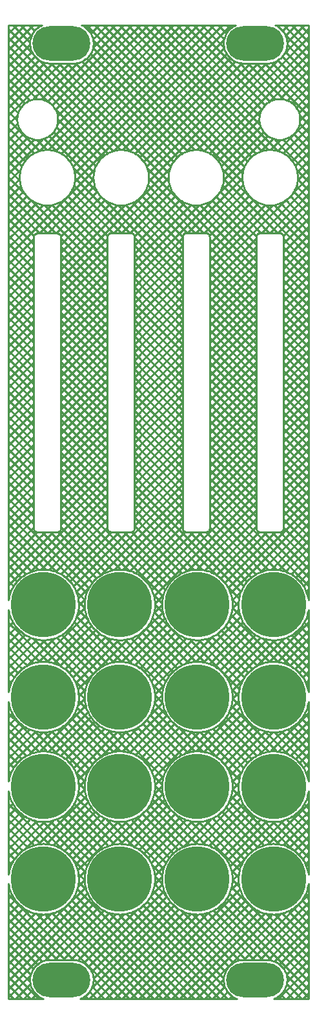
<source format=gbl>
G04 DipTrace 3.2.0.1*
G04 twiigs_panel.GBL*
%MOIN*%
G04 #@! TF.FileFunction,Copper,L2,Bot*
G04 #@! TF.Part,Single*
G04 #@! TA.AperFunction,CopperBalancing*
%ADD14C,0.01*%
G04 #@! TA.AperFunction,ComponentPad*
%ADD19C,0.334646*%
%ADD20O,0.299213X0.177165*%
%FSLAX26Y26*%
G04*
G70*
G90*
G75*
G01*
G04 Bottom*
%LPD*%
X456712Y5428233D2*
D14*
X415714Y5387235D1*
X499139Y5428233D2*
X415714Y5344809D1*
X541565Y5428233D2*
X415714Y5302382D1*
X534356Y5378598D2*
X415714Y5259956D1*
X524578Y5326394D2*
X415714Y5217529D1*
X533099Y5292488D2*
X415714Y5175103D1*
X549603Y5266566D2*
X415714Y5132677D1*
X572460Y5246996D2*
X415714Y5090250D1*
X602194Y5234304D2*
X415714Y5047824D1*
X838550Y5428233D2*
X821099Y5410782D1*
X641513Y5231197D2*
X415714Y5005397D1*
X880976Y5428233D2*
X839881Y5387138D1*
X683940Y5231197D2*
X415714Y4962971D1*
X923403Y5428233D2*
X851593Y5356423D1*
X726366Y5231197D2*
X542676Y5047506D1*
X460497Y4965327D2*
X415714Y4920545D1*
X965829Y5428233D2*
X851372Y5313776D1*
X771140Y5233544D2*
X585378Y5047782D1*
X460220Y4922625D2*
X415714Y4878118D1*
X1008256Y5428233D2*
X616314Y5036292D1*
X471697Y4891675D2*
X415714Y4835692D1*
X1050682Y5428233D2*
X640262Y5017813D1*
X490189Y4867741D2*
X415714Y4793265D1*
X1093108Y5428233D2*
X658022Y4993147D1*
X514855Y4849980D2*
X415714Y4750839D1*
X1135535Y5428233D2*
X668532Y4961231D1*
X546772Y4839470D2*
X415714Y4708413D1*
X1177961Y5428233D2*
X665894Y4916167D1*
X591836Y4842108D2*
X415714Y4665986D1*
X1220388Y5428233D2*
X574123Y4781968D1*
X476034Y4683879D2*
X415714Y4623560D1*
X1262814Y5428233D2*
X622225Y4787644D1*
X470357Y4635777D2*
X415714Y4581133D1*
X1305241Y5428233D2*
X658105Y4781098D1*
X476904Y4599897D2*
X415714Y4538707D1*
X1347667Y5428233D2*
X687425Y4767992D1*
X490010Y4570576D2*
X415714Y4496281D1*
X1390093Y5428233D2*
X711760Y4749900D1*
X508102Y4546242D2*
X415714Y4453854D1*
X1432520Y5428233D2*
X731592Y4727306D1*
X530696Y4526410D2*
X415714Y4411428D1*
X1474946Y5428233D2*
X746728Y4700016D1*
X557986Y4511273D2*
X415714Y4369001D1*
X1517373Y5428233D2*
X756092Y4666953D1*
X591035Y4501896D2*
X415714Y4326575D1*
X1559799Y5428233D2*
X756465Y4624899D1*
X633102Y4501537D2*
X415714Y4284149D1*
X1525811Y5351819D2*
X956195Y4782203D1*
X857043Y4683051D2*
X415714Y4241722D1*
X1527026Y5310608D2*
X1004035Y4787617D1*
X851643Y4635224D2*
X574551Y4358132D1*
X543775Y4327357D2*
X415714Y4199296D1*
X1539373Y5280528D2*
X1039805Y4780960D1*
X858299Y4599455D2*
X616977Y4358132D1*
X543775Y4284930D2*
X415714Y4156869D1*
X1558653Y5257382D2*
X1069042Y4767771D1*
X871475Y4570204D2*
X659403Y4358132D1*
X543775Y4242504D2*
X415714Y4114443D1*
X1584299Y5240602D2*
X1093321Y4749624D1*
X889622Y4545924D2*
X684939Y4341242D1*
X543775Y4200077D2*
X415714Y4072016D1*
X1814357Y5428233D2*
X1807582Y5421458D1*
X1617762Y5231638D2*
X1113084Y4726960D1*
X912285Y4526161D2*
X685174Y4299050D1*
X543775Y4157651D2*
X415714Y4029590D1*
X1856784Y5428233D2*
X1829955Y5401405D1*
X1659747Y5231197D2*
X1128152Y4699601D1*
X939658Y4511108D2*
X685174Y4256624D1*
X543775Y4115225D2*
X415714Y3987164D1*
X1899210Y5428233D2*
X1845907Y5374930D1*
X1702173Y5231197D2*
X1137432Y4666456D1*
X972804Y4501827D2*
X685174Y4214197D1*
X543775Y4072798D2*
X415714Y3944737D1*
X1941637Y5428233D2*
X1853613Y5340210D1*
X1744600Y5231197D2*
X1137612Y4624209D1*
X1015037Y4501634D2*
X685174Y4171771D1*
X543775Y4030372D2*
X415714Y3902311D1*
X1962286Y5406456D2*
X1839887Y5284058D1*
X1800853Y5245023D2*
X1335342Y4779512D1*
X1247238Y4691409D2*
X685177Y4129347D1*
X543777Y3987948D2*
X415703Y3859873D1*
X1962286Y5364030D2*
X1386069Y4787813D1*
X1238938Y4640682D2*
X956681Y4358425D1*
X924634Y4326378D2*
X685177Y4086921D1*
X543777Y3945521D2*
X415703Y3817447D1*
X1962286Y5321604D2*
X1422957Y4782275D1*
X1244476Y4603794D2*
X999107Y4358425D1*
X924634Y4283952D2*
X685177Y4044494D1*
X543777Y3903095D2*
X415703Y3775020D1*
X1962286Y5279177D2*
X1452954Y4769845D1*
X1256906Y4573797D2*
X1041534Y4358425D1*
X924634Y4241526D2*
X685177Y4002068D1*
X543777Y3860669D2*
X415703Y3732594D1*
X1962286Y5236751D2*
X1760048Y5034513D1*
X1723486Y4997950D2*
X1477841Y4752305D1*
X1274445Y4548910D2*
X1065951Y4340416D1*
X924634Y4199099D2*
X685177Y3959641D1*
X543777Y3818242D2*
X415703Y3690167D1*
X1962286Y5194324D2*
X1817749Y5049787D1*
X1708211Y4940249D2*
X1498211Y4730250D1*
X1296501Y4528539D2*
X1066047Y4298086D1*
X924634Y4156673D2*
X685177Y3917215D1*
X543777Y3775816D2*
X415703Y3647741D1*
X1962286Y5151898D2*
X1853008Y5042620D1*
X1715379Y4904991D2*
X1513942Y4703554D1*
X1323197Y4512809D2*
X1066047Y4255659D1*
X924634Y4114246D2*
X685177Y3874789D1*
X543777Y3733389D2*
X415703Y3605315D1*
X1962286Y5109472D2*
X1879952Y5027138D1*
X1730860Y4878046D2*
X1524092Y4671278D1*
X1355459Y4502644D2*
X1066047Y4213233D1*
X924634Y4071820D2*
X685177Y3832362D1*
X543777Y3690963D2*
X415703Y3562888D1*
X1962286Y5067045D2*
X1900585Y5005345D1*
X1752654Y4857413D2*
X1525902Y4630661D1*
X1396090Y4500849D2*
X1066047Y4170807D1*
X924634Y4029394D2*
X685177Y3789936D1*
X543777Y3648537D2*
X415703Y3520462D1*
X1962286Y5024619D2*
X1914728Y4977060D1*
X1780938Y4843271D2*
X1717497Y4779830D1*
X1628178Y4690511D2*
X1501664Y4563997D1*
X1462754Y4525087D2*
X1066047Y4128380D1*
X924634Y3986967D2*
X685177Y3747509D1*
X543777Y3606110D2*
X415703Y3478035D1*
X1962286Y4982192D2*
X1919713Y4939620D1*
X1818379Y4838285D2*
X1767892Y4787799D1*
X1620195Y4640102D2*
X1338505Y4358411D1*
X1312355Y4332262D2*
X1066047Y4085954D1*
X924634Y3944541D2*
X685177Y3705083D1*
X543777Y3563684D2*
X415703Y3435609D1*
X1962286Y4939766D2*
X1804670Y4782150D1*
X1625858Y4603338D2*
X1380931Y4358411D1*
X1312355Y4289835D2*
X1066047Y4043527D1*
X924634Y3902114D2*
X685177Y3662657D1*
X543777Y3521257D2*
X415703Y3393183D1*
X1962286Y4897340D2*
X1834570Y4769624D1*
X1638370Y4573424D2*
X1423357Y4358411D1*
X1312355Y4247409D2*
X1066047Y4001101D1*
X924634Y3859688D2*
X685177Y3620230D1*
X543777Y3478831D2*
X415703Y3350756D1*
X1962286Y4854913D2*
X1859402Y4752029D1*
X1655965Y4548592D2*
X1452567Y4345194D1*
X1312355Y4204983D2*
X1066047Y3958675D1*
X924634Y3817262D2*
X685177Y3577804D1*
X543777Y3436404D2*
X415703Y3308330D1*
X1962286Y4812487D2*
X1879717Y4729918D1*
X1678090Y4528291D2*
X1453755Y4303955D1*
X1312355Y4162556D2*
X1066047Y3916248D1*
X924634Y3774835D2*
X685177Y3535377D1*
X543777Y3393978D2*
X415703Y3265903D1*
X1962286Y4770060D2*
X1895365Y4703139D1*
X1704855Y4512629D2*
X1453755Y4261529D1*
X1312355Y4120130D2*
X1066047Y3873822D1*
X924634Y3732409D2*
X685177Y3492951D1*
X543777Y3351552D2*
X415703Y3223477D1*
X1962286Y4727634D2*
X1905447Y4670795D1*
X1737213Y4502561D2*
X1453755Y4219103D1*
X1312355Y4077703D2*
X1066047Y3831395D1*
X924634Y3689982D2*
X685177Y3450525D1*
X543777Y3309125D2*
X415703Y3181051D1*
X1962286Y4685208D2*
X1907076Y4629998D1*
X1777996Y4500918D2*
X1453755Y4176676D1*
X1312355Y4035277D2*
X1066047Y3788969D1*
X924634Y3647556D2*
X685177Y3408098D1*
X543777Y3266699D2*
X415703Y3138624D1*
X1962286Y4642781D2*
X1881568Y4562063D1*
X1845931Y4526426D2*
X1453755Y4134250D1*
X1312355Y3992851D2*
X1066047Y3746543D1*
X924634Y3605130D2*
X685177Y3365672D1*
X543777Y3224272D2*
X415703Y3096198D1*
X1962286Y4600355D2*
X1720273Y4358342D1*
X1693433Y4331502D2*
X1453755Y4091823D1*
X1312355Y3950424D2*
X1066047Y3704116D1*
X924634Y3562703D2*
X685177Y3323245D1*
X543777Y3181846D2*
X415703Y3053771D1*
X1962286Y4557928D2*
X1762700Y4358342D1*
X1693433Y4289076D2*
X1453755Y4049397D1*
X1312355Y3907998D2*
X1066047Y3661690D1*
X924634Y3520277D2*
X685177Y3280819D1*
X543777Y3139420D2*
X415703Y3011345D1*
X1962286Y4515502D2*
X1805126Y4358342D1*
X1693433Y4246649D2*
X1453755Y4006971D1*
X1312355Y3865571D2*
X1066047Y3619263D1*
X924634Y3477850D2*
X685177Y3238392D1*
X543777Y3096993D2*
X415703Y2968918D1*
X1962286Y4473075D2*
X1833825Y4344614D1*
X1693433Y4204223D2*
X1453755Y3964544D1*
X1312355Y3823145D2*
X1066047Y3576837D1*
X924634Y3435424D2*
X685177Y3195966D1*
X543777Y3054567D2*
X415703Y2926492D1*
X1962286Y4430649D2*
X1834833Y4303196D1*
X1693433Y4161797D2*
X1453755Y3922118D1*
X1312355Y3780719D2*
X1066047Y3534411D1*
X924634Y3392998D2*
X685177Y3153540D1*
X543777Y3012140D2*
X415703Y2884066D1*
X1962286Y4388223D2*
X1834833Y4260769D1*
X1693433Y4119370D2*
X1453755Y3879691D1*
X1312355Y3738292D2*
X1066047Y3491984D1*
X924634Y3350571D2*
X685177Y3111113D1*
X543777Y2969714D2*
X415703Y2841639D1*
X1962286Y4345796D2*
X1834833Y4218343D1*
X1693433Y4076944D2*
X1453755Y3837265D1*
X1312355Y3695866D2*
X1066047Y3449558D1*
X924634Y3308145D2*
X685177Y3068687D1*
X543777Y2927288D2*
X415703Y2799213D1*
X1962286Y4303370D2*
X1834833Y4175917D1*
X1693433Y4034517D2*
X1453755Y3794839D1*
X1312355Y3653439D2*
X1066047Y3407131D1*
X924634Y3265718D2*
X685177Y3026260D1*
X543777Y2884861D2*
X415703Y2756786D1*
X1962286Y4260943D2*
X1834833Y4133490D1*
X1693433Y3992091D2*
X1453755Y3752412D1*
X1312355Y3611013D2*
X1066047Y3364705D1*
X924634Y3223292D2*
X685177Y2983834D1*
X543777Y2842435D2*
X415703Y2714360D1*
X1962286Y4218517D2*
X1834833Y4091064D1*
X1693433Y3949665D2*
X1453755Y3709986D1*
X1312355Y3568586D2*
X1066047Y3322279D1*
X924634Y3180865D2*
X685177Y2941408D1*
X560861Y2817092D2*
X415703Y2671934D1*
X1962286Y4176091D2*
X1834833Y4048637D1*
X1693433Y3907238D2*
X1453755Y3667559D1*
X1312355Y3526160D2*
X1066047Y3279852D1*
X924634Y3138439D2*
X685177Y2898981D1*
X603080Y2816885D2*
X415703Y2629507D1*
X1962286Y4133664D2*
X1834833Y4006211D1*
X1693433Y3864812D2*
X1453755Y3625133D1*
X1312355Y3483734D2*
X1066047Y3237426D1*
X924634Y3096013D2*
X685177Y2856555D1*
X645507Y2816885D2*
X415703Y2587081D1*
X1962286Y4091238D2*
X1834833Y3963785D1*
X1693433Y3822385D2*
X1453755Y3582707D1*
X1312355Y3441307D2*
X1066047Y3194999D1*
X924634Y3053586D2*
X415703Y2544654D1*
X1962286Y4048811D2*
X1834833Y3921358D1*
X1693433Y3779959D2*
X1453755Y3540280D1*
X1312355Y3398881D2*
X1066047Y3152573D1*
X924634Y3011160D2*
X526008Y2612534D1*
X426469Y2512995D2*
X415703Y2502228D1*
X1962286Y4006385D2*
X1834833Y3878932D1*
X1693433Y3737533D2*
X1453755Y3497854D1*
X1312355Y3356454D2*
X1066047Y3110147D1*
X924634Y2968733D2*
X581804Y2625903D1*
X1962286Y3963959D2*
X1834833Y3836505D1*
X1693433Y3695106D2*
X1453755Y3455427D1*
X1312355Y3314028D2*
X1066047Y3067720D1*
X924634Y2926307D2*
X622738Y2624411D1*
X1962286Y3921532D2*
X1834833Y3794079D1*
X1693433Y3652680D2*
X1453755Y3413001D1*
X1312355Y3271602D2*
X1066047Y3025294D1*
X924634Y2883881D2*
X656658Y2615904D1*
X423100Y2382346D2*
X415703Y2374949D1*
X1962286Y3879106D2*
X1834833Y3751653D1*
X1693433Y3610253D2*
X1453755Y3370574D1*
X1312355Y3229175D2*
X1066047Y2982867D1*
X924634Y2841454D2*
X685743Y2602563D1*
X436441Y2353261D2*
X415703Y2332522D1*
X1962286Y3836679D2*
X1834833Y3709226D1*
X1693433Y3567827D2*
X1453755Y3328148D1*
X1312355Y3186749D2*
X1066047Y2940441D1*
X942851Y2817244D2*
X710878Y2585272D1*
X453732Y2328125D2*
X415703Y2290096D1*
X1962286Y3794253D2*
X1834833Y3666800D1*
X1693433Y3525400D2*
X1453755Y3285722D1*
X1312355Y3144322D2*
X1066047Y2898014D1*
X985194Y2817161D2*
X732437Y2564404D1*
X474600Y2306567D2*
X415703Y2247670D1*
X1962286Y3751827D2*
X1834833Y3624373D1*
X1693433Y3482974D2*
X1453755Y3243295D1*
X1312355Y3101896D2*
X1066047Y2855588D1*
X1027621Y2817161D2*
X750446Y2539986D1*
X499017Y2288557D2*
X415703Y2205243D1*
X1962286Y3709400D2*
X1834833Y3581947D1*
X1693433Y3440548D2*
X1453755Y3200869D1*
X1312355Y3059470D2*
X764616Y2511730D1*
X527274Y2274388D2*
X415703Y2162817D1*
X1962286Y3666974D2*
X1834833Y3539521D1*
X1693433Y3398121D2*
X1453755Y3158442D1*
X1312355Y3017043D2*
X895292Y2599980D1*
X833028Y2537716D2*
X774186Y2478874D1*
X560129Y2264817D2*
X415703Y2120390D1*
X1962286Y3624547D2*
X1834833Y3497094D1*
X1693433Y3355695D2*
X1453755Y3116016D1*
X1312355Y2974617D2*
X962053Y2624314D1*
X808680Y2470941D2*
X777363Y2439624D1*
X599379Y2261640D2*
X415703Y2077964D1*
X1962286Y3582121D2*
X1834833Y3454668D1*
X1693433Y3313268D2*
X1453755Y3073590D1*
X1312355Y2932190D2*
X1005874Y2625709D1*
X807285Y2427120D2*
X768455Y2388290D1*
X650713Y2270548D2*
X510250Y2130085D1*
X433927Y2053762D2*
X415703Y2035538D1*
X1962286Y3539695D2*
X1834833Y3412241D1*
X1693433Y3270842D2*
X1453755Y3031163D1*
X1312355Y2889764D2*
X1041492Y2618901D1*
X814108Y2391516D2*
X572537Y2149945D1*
X1962286Y3497268D2*
X1834833Y3369815D1*
X1693433Y3228416D2*
X1453755Y2988737D1*
X1312355Y2847338D2*
X1071834Y2606816D1*
X826192Y2361174D2*
X615377Y2150360D1*
X1962286Y3454842D2*
X1834833Y3327388D1*
X1693433Y3185989D2*
X1453755Y2946310D1*
X1325724Y2818280D2*
X1098047Y2590603D1*
X842392Y2334948D2*
X650443Y2142998D1*
X421014Y1913570D2*
X415703Y1908258D1*
X1962286Y3412415D2*
X1834833Y3284962D1*
X1693433Y3143563D2*
X1453755Y2903884D1*
X1367032Y2817161D2*
X1120613Y2570743D1*
X862252Y2312381D2*
X680370Y2130500D1*
X433499Y1883628D2*
X415703Y1865832D1*
X1962286Y3369989D2*
X1834833Y3242536D1*
X1693433Y3101136D2*
X1453755Y2861458D1*
X1409458Y2817161D2*
X1139658Y2547361D1*
X885633Y2293336D2*
X706238Y2113941D1*
X450058Y1857761D2*
X415703Y1823406D1*
X1962286Y3327563D2*
X1834833Y3200109D1*
X1693433Y3058710D2*
X1154974Y2520251D1*
X912743Y2278020D2*
X728487Y2093763D1*
X470235Y1835512D2*
X415703Y1780979D1*
X1962286Y3285136D2*
X1834833Y3157683D1*
X1693433Y3016284D2*
X1165995Y2488845D1*
X944163Y2267013D2*
X747214Y2070064D1*
X493935Y1816785D2*
X415703Y1738553D1*
X1962286Y3242710D2*
X1834833Y3115256D1*
X1693433Y2973857D2*
X1338698Y2619122D1*
X1213871Y2494295D2*
X1171299Y2451722D1*
X981286Y2261710D2*
X762171Y2042595D1*
X521404Y1801828D2*
X415703Y1696126D1*
X1962286Y3200283D2*
X1834833Y3072830D1*
X1693433Y2931431D2*
X1388430Y2626427D1*
X1206579Y2444577D2*
X1167045Y2405042D1*
X1027952Y2265949D2*
X772736Y2010734D1*
X553265Y1791263D2*
X415703Y1653700D1*
X1962286Y3157857D2*
X1834833Y3030404D1*
X1693433Y2889004D2*
X1426990Y2622560D1*
X1210433Y2406003D2*
X951875Y2147445D1*
X810544Y2006115D2*
X777404Y1972975D1*
X591024Y1786595D2*
X415703Y1611273D1*
X1962286Y3115430D2*
X1834833Y2987977D1*
X1693433Y2846578D2*
X1459389Y2612534D1*
X1220459Y2373604D2*
X998085Y2151230D1*
X806760Y1959905D2*
X771839Y1924983D1*
X639016Y1792160D2*
X521396Y1674540D1*
X428458Y1581603D2*
X415703Y1568847D1*
X1962286Y3073004D2*
X1834833Y2945551D1*
X1707327Y2818045D2*
X1487287Y2598005D1*
X1234988Y2345706D2*
X1034987Y2145705D1*
X812298Y1923016D2*
X578931Y1689649D1*
X1962286Y3030578D2*
X1834833Y2903124D1*
X1748787Y2817078D2*
X1511387Y2579678D1*
X1253315Y2321606D2*
X1066241Y2134532D1*
X823471Y1891763D2*
X620446Y1688738D1*
X1962286Y2988151D2*
X1834833Y2860698D1*
X1791213Y2817078D2*
X1531937Y2557802D1*
X1275191Y2301056D2*
X1093213Y2119078D1*
X838925Y1864791D2*
X654710Y1680575D1*
X422423Y1448288D2*
X415703Y1441568D1*
X1962286Y2945725D2*
X1548896Y2532335D1*
X1300658Y2284097D2*
X1116470Y2099909D1*
X858081Y1841520D2*
X684058Y1667497D1*
X435502Y1418940D2*
X415703Y1399141D1*
X1962286Y2903298D2*
X1561865Y2502877D1*
X1330116Y2271128D2*
X1136206Y2077218D1*
X880772Y1821784D2*
X709428Y1650441D1*
X452558Y1393570D2*
X415703Y1356715D1*
X1962286Y2860872D2*
X1713906Y2612492D1*
X1614505Y2513092D2*
X1569875Y2468461D1*
X1364546Y2263132D2*
X1152295Y2050881D1*
X907122Y1805709D2*
X731208Y1629794D1*
X473205Y1371791D2*
X415703Y1314289D1*
X1962286Y2818446D2*
X1769729Y2625889D1*
X1601109Y2457269D2*
X1570538Y2426697D1*
X1406309Y2262469D2*
X1164228Y2020387D1*
X937616Y1793776D2*
X749438Y1605597D1*
X497401Y1353561D2*
X415703Y1271862D1*
X1962286Y2776019D2*
X1810678Y2624411D1*
X1602587Y2416320D2*
X1554600Y2368333D1*
X1464660Y2278393D2*
X1326254Y2139988D1*
X1218001Y2031734D2*
X1170829Y1984562D1*
X973441Y1787175D2*
X763870Y1577603D1*
X525395Y1339129D2*
X415703Y1229436D1*
X1962286Y2733593D2*
X1844611Y2615918D1*
X1611080Y2382387D2*
X1379854Y2151161D1*
X1206842Y1978149D2*
X1169048Y1940354D1*
X1017649Y1788956D2*
X887986Y1659293D1*
X837710Y1609017D2*
X773758Y1545065D1*
X557933Y1329240D2*
X415703Y1187009D1*
X1962286Y2691166D2*
X1873696Y2602576D1*
X1624422Y2353302D2*
X1420001Y2148882D1*
X1209121Y1938001D2*
X1142586Y1871467D1*
X1086537Y1815417D2*
X958918Y1687798D1*
X809191Y1538071D2*
X777418Y1506299D1*
X596700Y1325580D2*
X415703Y1144583D1*
X1962286Y2648740D2*
X1898845Y2585299D1*
X1641699Y2328153D2*
X1453437Y2139891D1*
X1218111Y1904565D2*
X1003457Y1689911D1*
X807092Y1493546D2*
X769656Y1456110D1*
X646902Y1333356D2*
X499285Y1185739D1*
X440266Y1126720D2*
X415703Y1102157D1*
X1962286Y2606314D2*
X1920404Y2564431D1*
X1662567Y2306594D2*
X1482136Y2126163D1*
X1231839Y1875867D2*
X1039462Y1683490D1*
X813514Y1457541D2*
X567137Y1211164D1*
X1962286Y2563887D2*
X1938427Y2540028D1*
X1686970Y2288571D2*
X1506953Y2108555D1*
X1249448Y1851049D2*
X1070080Y1671681D1*
X825308Y1426909D2*
X611165Y1212766D1*
X1962286Y2521461D2*
X1952596Y2511771D1*
X1715227Y2274402D2*
X1528194Y2087369D1*
X1270633Y1829808D2*
X1096541Y1655716D1*
X841287Y1400462D2*
X646893Y1206068D1*
X419923Y979098D2*
X415712Y974887D1*
X1748069Y2264817D2*
X1545872Y2062620D1*
X1295368Y1812117D2*
X1119329Y1636077D1*
X860926Y1377674D2*
X677318Y1194067D1*
X431925Y948673D2*
X415703Y932451D1*
X1787318Y2261640D2*
X1559683Y2034005D1*
X1323998Y1798320D2*
X1138581Y1612903D1*
X884086Y1358408D2*
X703614Y1177936D1*
X448069Y922391D2*
X415703Y890025D1*
X1962286Y2394182D2*
X1956477Y2388373D1*
X1838625Y2270521D2*
X1698121Y2130016D1*
X1621991Y2053886D2*
X1568770Y2000666D1*
X1357337Y1789232D2*
X1154146Y1586041D1*
X910948Y1342844D2*
X726236Y1158131D1*
X467860Y899756D2*
X415703Y847598D1*
X1962286Y2351755D2*
X1760462Y2149931D1*
X1602062Y1991531D2*
X1571201Y1960670D1*
X1397319Y1786788D2*
X1165457Y1554926D1*
X942077Y1331546D2*
X745350Y1134819D1*
X491186Y880655D2*
X415703Y805172D1*
X1962286Y2309329D2*
X1803331Y2150373D1*
X1601634Y1948677D2*
X1560442Y1907485D1*
X1450504Y1797546D2*
X1334941Y1681984D1*
X1215018Y1562061D2*
X1171174Y1518217D1*
X978772Y1325815D2*
X760735Y1107778D1*
X518214Y865256D2*
X415703Y762745D1*
X1962286Y2266902D2*
X1838396Y2143012D1*
X1608995Y1913611D2*
X1385765Y1690381D1*
X1206607Y1511223D2*
X1167763Y1472379D1*
X1024624Y1329240D2*
X771839Y1076455D1*
X549550Y854167D2*
X415703Y720319D1*
X1962286Y2224476D2*
X1868337Y2130527D1*
X1621480Y1883670D2*
X1424821Y1687011D1*
X1209991Y1472181D2*
X1122989Y1385179D1*
X1111824Y1374014D2*
X945881Y1208071D1*
X811939Y1074129D2*
X777266Y1039456D1*
X586549Y848739D2*
X415703Y677893D1*
X1962286Y2182050D2*
X1894205Y2113968D1*
X1638025Y1857789D2*
X1457539Y1677302D1*
X1219700Y1439463D2*
X993624Y1213388D1*
X806608Y1026372D2*
X773261Y993025D1*
X632967Y852730D2*
X415703Y635466D1*
X1962286Y2139623D2*
X1916468Y2093805D1*
X1658202Y1835540D2*
X1485685Y1663022D1*
X1233980Y1411317D2*
X1031272Y1208609D1*
X811387Y988724D2*
X415703Y593040D1*
X1962286Y2097197D2*
X1935181Y2070092D1*
X1681902Y1816812D2*
X1510006Y1644916D1*
X1252086Y1386996D2*
X1063064Y1197975D1*
X822035Y956946D2*
X415703Y550613D1*
X1962286Y2054770D2*
X1950152Y2042636D1*
X1709357Y1801842D2*
X1530777Y1623261D1*
X1273741Y1366225D2*
X1090465Y1182949D1*
X837061Y929545D2*
X415703Y508187D1*
X1741218Y1791276D2*
X1547971Y1598029D1*
X1298973Y1349031D2*
X1114109Y1164167D1*
X855830Y905888D2*
X415703Y465760D1*
X1778963Y1786595D2*
X1561202Y1568833D1*
X1328169Y1335800D2*
X1134231Y1141862D1*
X878134Y885765D2*
X605461Y613093D1*
X526942Y534574D2*
X415703Y423334D1*
X1962286Y1927491D2*
X1959851Y1925056D1*
X1826928Y1792133D2*
X1709294Y1674499D1*
X1616508Y1581713D2*
X1569557Y1534762D1*
X1362240Y1327445D2*
X1150735Y1115940D1*
X904070Y869275D2*
X650539Y615744D1*
X526224Y491429D2*
X450506Y415711D1*
X1962286Y1885065D2*
X1766870Y1689649D1*
X1601358Y1524136D2*
X1570800Y1493579D1*
X1403423Y1326202D2*
X1163150Y1085929D1*
X934067Y856846D2*
X692966Y615744D1*
X537714Y460493D2*
X492932Y415711D1*
X1962286Y1842638D2*
X1808399Y1688751D1*
X1602255Y1482608D2*
X1556713Y1437066D1*
X1459936Y1340289D2*
X1318576Y1198928D1*
X1221067Y1101419D2*
X1170429Y1050781D1*
X969215Y849568D2*
X735392Y615744D1*
X556331Y436683D2*
X535358Y415711D1*
X1962286Y1800212D2*
X1842677Y1680603D1*
X1610404Y1448330D2*
X1374896Y1212822D1*
X1207173Y1045099D2*
X1169849Y1007774D1*
X1012222Y850148D2*
X774932Y612858D1*
X581287Y419213D2*
X577787Y415713D1*
X1962286Y1757785D2*
X1872025Y1667524D1*
X1623469Y1418968D2*
X1416010Y1211510D1*
X1208485Y1003985D2*
X1149298Y944798D1*
X1075198Y870698D2*
X804874Y600373D1*
X1962286Y1715359D2*
X1897395Y1650468D1*
X1640525Y1393598D2*
X1450053Y1203126D1*
X1216882Y969955D2*
X827896Y580969D1*
X1962286Y1672933D2*
X1919175Y1629821D1*
X1661172Y1371818D2*
X1479208Y1189854D1*
X1230140Y940787D2*
X844566Y555212D1*
X1962286Y1630506D2*
X1937418Y1605639D1*
X1685354Y1353574D2*
X1504426Y1172646D1*
X1247362Y915583D2*
X853335Y521556D1*
X1962286Y1588080D2*
X1951851Y1577644D1*
X1713362Y1339156D2*
X1526054Y1151847D1*
X1268147Y893941D2*
X844593Y470387D1*
X1745886Y1329254D2*
X1544132Y1127499D1*
X1292496Y875863D2*
X832343Y415711D1*
X1784639Y1325580D2*
X1558384Y1099325D1*
X1320683Y861624D2*
X874770Y415711D1*
X1962286Y1460801D2*
X1957671Y1456185D1*
X1834813Y1333328D2*
X1687128Y1185642D1*
X1628358Y1126872D2*
X1568052Y1066566D1*
X1353428Y851943D2*
X917196Y415711D1*
X1962286Y1418374D2*
X1755076Y1211164D1*
X1602835Y1058924D2*
X1571380Y1027468D1*
X1392526Y848615D2*
X959622Y415711D1*
X1962286Y1375948D2*
X1799118Y1212780D1*
X1601220Y1014881D2*
X1562845Y976507D1*
X1443502Y857163D2*
X1002049Y415711D1*
X1962286Y1333521D2*
X1834847Y1206082D1*
X1607918Y979153D2*
X1044475Y415711D1*
X1962286Y1291095D2*
X1865285Y1194094D1*
X1619905Y948714D2*
X1086902Y415711D1*
X1962286Y1248669D2*
X1891567Y1177950D1*
X1636050Y922433D2*
X1129328Y415711D1*
X1962286Y1206242D2*
X1914217Y1158173D1*
X1655827Y899783D2*
X1171754Y415711D1*
X1962286Y1163816D2*
X1933317Y1134846D1*
X1679153Y880683D2*
X1214181Y415711D1*
X1962286Y1121389D2*
X1948716Y1107819D1*
X1706181Y865284D2*
X1256607Y415711D1*
X1962286Y1078963D2*
X1959823Y1076500D1*
X1737503Y854180D2*
X1299034Y415711D1*
X1774488Y848739D2*
X1341460Y415711D1*
X1820892Y852716D2*
X1383886Y415711D1*
X1962286Y951684D2*
X1626319Y615717D1*
X1524308Y513706D2*
X1426313Y415711D1*
X1962286Y909257D2*
X1668773Y615744D1*
X1530150Y477121D2*
X1468739Y415711D1*
X1962286Y866831D2*
X1711200Y615744D1*
X1544941Y449486D2*
X1511166Y415711D1*
X1962286Y824404D2*
X1753585Y615703D1*
X1566265Y428383D2*
X1553592Y415711D1*
X1962286Y781978D2*
X1788774Y608466D1*
X1962286Y739552D2*
X1815539Y592805D1*
X1962286Y697125D2*
X1835869Y570708D1*
X1962286Y654699D2*
X1849500Y541913D1*
X1962286Y612272D2*
X1853270Y503256D1*
X1962286Y569846D2*
X1808151Y415711D1*
X1962286Y527420D2*
X1850577Y415711D1*
X1962286Y484993D2*
X1893003Y415711D1*
X1962286Y442567D2*
X1935430Y415711D1*
X1921288Y5428233D2*
X1962286Y5387235D1*
X1878861Y5428233D2*
X1962286Y5344809D1*
X1836435Y5428233D2*
X1962286Y5302382D1*
X1843644Y5378598D2*
X1962286Y5259956D1*
X1853422Y5326394D2*
X1962286Y5217529D1*
X1844901Y5292488D2*
X1962286Y5175103D1*
X1828397Y5266566D2*
X1962286Y5132677D1*
X1805540Y5246996D2*
X1962286Y5090250D1*
X1775806Y5234304D2*
X1962286Y5047824D1*
X1539450Y5428233D2*
X1556901Y5410782D1*
X1736487Y5231197D2*
X1962286Y5005397D1*
X1497024Y5428233D2*
X1538119Y5387138D1*
X1694060Y5231197D2*
X1962286Y4962971D1*
X1454597Y5428233D2*
X1526407Y5356423D1*
X1651634Y5231197D2*
X1835324Y5047506D1*
X1917503Y4965327D2*
X1962286Y4920545D1*
X1412171Y5428233D2*
X1526628Y5313776D1*
X1606860Y5233544D2*
X1792622Y5047782D1*
X1917780Y4922625D2*
X1962286Y4878118D1*
X1369744Y5428233D2*
X1761686Y5036292D1*
X1906303Y4891675D2*
X1962286Y4835692D1*
X1327318Y5428233D2*
X1737738Y5017813D1*
X1887811Y4867741D2*
X1962286Y4793265D1*
X1284892Y5428233D2*
X1719978Y4993147D1*
X1863145Y4849980D2*
X1962286Y4750839D1*
X1242465Y5428233D2*
X1709468Y4961231D1*
X1831228Y4839470D2*
X1962286Y4708413D1*
X1200039Y5428233D2*
X1712106Y4916167D1*
X1786164Y4842108D2*
X1962286Y4665986D1*
X1157612Y5428233D2*
X1803877Y4781968D1*
X1901966Y4683879D2*
X1962286Y4623560D1*
X1115186Y5428233D2*
X1755775Y4787644D1*
X1907643Y4635777D2*
X1962286Y4581133D1*
X1072759Y5428233D2*
X1719895Y4781098D1*
X1901096Y4599897D2*
X1962286Y4538707D1*
X1030333Y5428233D2*
X1690575Y4767992D1*
X1887990Y4570576D2*
X1962286Y4496281D1*
X987907Y5428233D2*
X1666240Y4749900D1*
X1869898Y4546242D2*
X1962286Y4453854D1*
X945480Y5428233D2*
X1646408Y4727306D1*
X1847304Y4526410D2*
X1962286Y4411428D1*
X903054Y5428233D2*
X1631272Y4700016D1*
X1820014Y4511273D2*
X1962286Y4369001D1*
X860627Y5428233D2*
X1621908Y4666953D1*
X1786965Y4501896D2*
X1962286Y4326575D1*
X818201Y5428233D2*
X1621535Y4624899D1*
X1744898Y4501537D2*
X1962286Y4284149D1*
X852189Y5351819D2*
X1421805Y4782203D1*
X1520957Y4683051D2*
X1962286Y4241722D1*
X850974Y5310608D2*
X1373965Y4787617D1*
X1526357Y4635224D2*
X1803242Y4358340D1*
X1834833Y4326749D2*
X1962286Y4199296D1*
X838627Y5280528D2*
X1338195Y4780960D1*
X1519701Y4599455D2*
X1760816Y4358340D1*
X1834833Y4284323D2*
X1962286Y4156869D1*
X819347Y5257382D2*
X1308958Y4767771D1*
X1506525Y4570204D2*
X1718389Y4358340D1*
X1834833Y4241896D2*
X1962286Y4114443D1*
X793701Y5240602D2*
X1284679Y4749624D1*
X1488378Y4545924D2*
X1693572Y4340731D1*
X1834833Y4199470D2*
X1962286Y4072016D1*
X563643Y5428233D2*
X570418Y5421458D1*
X760238Y5231638D2*
X1264916Y4726960D1*
X1465715Y4526161D2*
X1693433Y4298443D1*
X1834833Y4157043D2*
X1962286Y4029590D1*
X521216Y5428233D2*
X548045Y5401405D1*
X718253Y5231197D2*
X1249848Y4699601D1*
X1438342Y4511108D2*
X1693433Y4256016D1*
X1834833Y4114617D2*
X1962286Y3987164D1*
X478790Y5428233D2*
X532093Y5374930D1*
X675827Y5231197D2*
X1240568Y4666456D1*
X1405196Y4501827D2*
X1693433Y4213590D1*
X1834833Y4072191D2*
X1962286Y3944737D1*
X436363Y5428233D2*
X524387Y5340210D1*
X633400Y5231197D2*
X1240388Y4624209D1*
X1362963Y4501634D2*
X1693433Y4171163D1*
X1834833Y4029764D2*
X1962286Y3902311D1*
X415714Y5406456D2*
X538113Y5284058D1*
X577147Y5245023D2*
X1042658Y4779512D1*
X1130762Y4691409D2*
X1693431Y4128739D1*
X1834844Y3987326D2*
X1962297Y3859873D1*
X415714Y5364030D2*
X991931Y4787813D1*
X1139062Y4640682D2*
X1421333Y4358411D1*
X1453752Y4325992D2*
X1693431Y4086313D1*
X1834844Y3944900D2*
X1962297Y3817447D1*
X415714Y5321604D2*
X955043Y4782275D1*
X1133524Y4603794D2*
X1378907Y4358411D1*
X1453752Y4283565D2*
X1693431Y4043887D1*
X1834844Y3902473D2*
X1962297Y3775020D1*
X415714Y5279177D2*
X925046Y4769845D1*
X1121094Y4573797D2*
X1336480Y4358411D1*
X1453752Y4241139D2*
X1693431Y4001460D1*
X1834844Y3860047D2*
X1962297Y3732594D1*
X415714Y5236751D2*
X617952Y5034513D1*
X654514Y4997950D2*
X900159Y4752305D1*
X1103555Y4548910D2*
X1312422Y4340043D1*
X1453752Y4198713D2*
X1693431Y3959034D1*
X1834844Y3817621D2*
X1962297Y3690167D1*
X415714Y5194324D2*
X560251Y5049787D1*
X669789Y4940249D2*
X879789Y4730250D1*
X1081499Y4528539D2*
X1312353Y4297685D1*
X1453752Y4156286D2*
X1693431Y3916607D1*
X1834844Y3775194D2*
X1962297Y3647741D1*
X415714Y5151898D2*
X524992Y5042620D1*
X662621Y4904991D2*
X864058Y4703554D1*
X1054803Y4512809D2*
X1312353Y4255259D1*
X1453752Y4113860D2*
X1693431Y3874181D1*
X1834844Y3732768D2*
X1962297Y3605315D1*
X415714Y5109472D2*
X498048Y5027138D1*
X647140Y4878046D2*
X853908Y4671278D1*
X1022541Y4502644D2*
X1312353Y4212833D1*
X1453752Y4071433D2*
X1693431Y3831754D1*
X1834844Y3690341D2*
X1962297Y3562888D1*
X415714Y5067045D2*
X477415Y5005345D1*
X625346Y4857413D2*
X852098Y4630661D1*
X981910Y4500849D2*
X1312353Y4170406D1*
X1453752Y4029007D2*
X1693431Y3789328D1*
X1834844Y3647915D2*
X1962297Y3520462D1*
X415714Y5024619D2*
X463272Y4977060D1*
X597062Y4843271D2*
X660503Y4779830D1*
X749822Y4690511D2*
X876336Y4563997D1*
X915246Y4525087D2*
X1312353Y4127980D1*
X1453752Y3986580D2*
X1693431Y3746902D1*
X1834844Y3605489D2*
X1962297Y3478035D1*
X415714Y4982192D2*
X458287Y4939620D1*
X559621Y4838285D2*
X610108Y4787799D1*
X757805Y4640102D2*
X1039482Y4358425D1*
X1066045Y4331861D2*
X1312353Y4085553D1*
X1453752Y3944154D2*
X1693431Y3704475D1*
X1834844Y3563062D2*
X1962297Y3435609D1*
X415714Y4939766D2*
X573330Y4782150D1*
X752142Y4603338D2*
X997055Y4358425D1*
X1066045Y4289435D2*
X1312353Y4043127D1*
X1453752Y3901728D2*
X1693431Y3662049D1*
X1834844Y3520636D2*
X1962297Y3393183D1*
X415714Y4897340D2*
X543430Y4769624D1*
X739630Y4573424D2*
X954629Y4358425D1*
X1066045Y4247008D2*
X1312353Y4000701D1*
X1453752Y3859301D2*
X1693431Y3619622D1*
X1834844Y3478209D2*
X1962297Y3350756D1*
X415714Y4854913D2*
X518598Y4752029D1*
X722035Y4548592D2*
X925723Y4344904D1*
X1066045Y4204582D2*
X1312353Y3958274D1*
X1453752Y3816875D2*
X1693431Y3577196D1*
X1834844Y3435783D2*
X1962297Y3308330D1*
X415714Y4812487D2*
X498283Y4729918D1*
X699910Y4528291D2*
X924646Y4303555D1*
X1066045Y4162156D2*
X1312353Y3915848D1*
X1453752Y3774448D2*
X1693431Y3534770D1*
X1834844Y3393357D2*
X1962297Y3265903D1*
X415714Y4770060D2*
X482635Y4703139D1*
X673145Y4512629D2*
X924646Y4261129D1*
X1066045Y4119729D2*
X1312353Y3873421D1*
X1453752Y3732022D2*
X1693431Y3492343D1*
X1834844Y3350930D2*
X1962297Y3223477D1*
X415714Y4727634D2*
X472553Y4670795D1*
X640787Y4502561D2*
X924646Y4218702D1*
X1066045Y4077303D2*
X1312353Y3830995D1*
X1453752Y3689596D2*
X1693431Y3449917D1*
X1834844Y3308504D2*
X1962297Y3181051D1*
X415714Y4685208D2*
X470924Y4629998D1*
X600004Y4500918D2*
X924646Y4176276D1*
X1066045Y4034876D2*
X1312353Y3788569D1*
X1453752Y3647169D2*
X1693431Y3407490D1*
X1834844Y3266077D2*
X1962297Y3138624D1*
X415714Y4642781D2*
X496432Y4562063D1*
X532069Y4526426D2*
X924646Y4133849D1*
X1066045Y3992450D2*
X1312353Y3746142D1*
X1453752Y3604743D2*
X1693431Y3365064D1*
X1834844Y3223651D2*
X1962297Y3096198D1*
X415714Y4600355D2*
X657934Y4358135D1*
X685174Y4330895D2*
X924646Y4091423D1*
X1066045Y3950024D2*
X1312353Y3703716D1*
X1453752Y3562316D2*
X1693431Y3322638D1*
X1834844Y3181225D2*
X1962297Y3053771D1*
X415714Y4557928D2*
X615508Y4358135D1*
X685174Y4288468D2*
X924646Y4048996D1*
X1066045Y3907597D2*
X1312353Y3661289D1*
X1453752Y3519890D2*
X1693431Y3280211D1*
X1834844Y3138798D2*
X1962297Y3011345D1*
X415714Y4515502D2*
X573081Y4358135D1*
X685174Y4246042D2*
X924646Y4006570D1*
X1066045Y3865171D2*
X1312353Y3618863D1*
X1453752Y3477464D2*
X1693431Y3237785D1*
X1834844Y3096372D2*
X1962297Y2968918D1*
X415714Y4473075D2*
X544686Y4344103D1*
X685174Y4203615D2*
X924646Y3964144D1*
X1066045Y3822744D2*
X1312353Y3576436D1*
X1453752Y3435037D2*
X1693431Y3195358D1*
X1834844Y3053945D2*
X1962297Y2926492D1*
X415714Y4430649D2*
X543775Y4302588D1*
X685174Y4161189D2*
X924646Y3921717D1*
X1066045Y3780318D2*
X1312353Y3534010D1*
X1453752Y3392611D2*
X1693431Y3152932D1*
X1834844Y3011519D2*
X1962297Y2884066D1*
X415714Y4388223D2*
X543775Y4260162D1*
X685174Y4118763D2*
X924646Y3879291D1*
X1066045Y3737892D2*
X1312353Y3491584D1*
X1453752Y3350184D2*
X1693431Y3110506D1*
X1834844Y2969093D2*
X1962297Y2841639D1*
X415714Y4345796D2*
X543775Y4217735D1*
X685174Y4076336D2*
X924646Y3836864D1*
X1066045Y3695465D2*
X1312353Y3449157D1*
X1453752Y3307758D2*
X1693431Y3068079D1*
X1834844Y2926666D2*
X1962297Y2799213D1*
X415714Y4303370D2*
X543775Y4175309D1*
X685174Y4033910D2*
X924646Y3794438D1*
X1066045Y3653039D2*
X1312353Y3406731D1*
X1453752Y3265332D2*
X1693431Y3025653D1*
X1834844Y2884240D2*
X1962297Y2756786D1*
X415714Y4260943D2*
X543775Y4132883D1*
X685174Y3991483D2*
X924646Y3752012D1*
X1066045Y3610612D2*
X1312353Y3364304D1*
X1453752Y3222905D2*
X1693431Y2983226D1*
X1834844Y2841813D2*
X1962297Y2714360D1*
X415714Y4218517D2*
X543775Y4090456D1*
X685174Y3949057D2*
X924646Y3709585D1*
X1066045Y3568186D2*
X1312353Y3321878D1*
X1453752Y3180479D2*
X1693431Y2940800D1*
X1817028Y2817203D2*
X1962297Y2671934D1*
X415714Y4176091D2*
X543775Y4048030D1*
X685174Y3906630D2*
X924646Y3667159D1*
X1066045Y3525760D2*
X1312353Y3279452D1*
X1453752Y3138052D2*
X1693431Y2898374D1*
X1774726Y2817078D2*
X1962297Y2629507D1*
X415714Y4133664D2*
X543775Y4005603D1*
X685174Y3864204D2*
X924646Y3624732D1*
X1066045Y3483333D2*
X1312353Y3237025D1*
X1453752Y3095626D2*
X1693431Y2855947D1*
X1732300Y2817078D2*
X1962297Y2587081D1*
X415714Y4091238D2*
X543775Y3963177D1*
X685174Y3821778D2*
X924646Y3582306D1*
X1066045Y3440907D2*
X1312353Y3194599D1*
X1453752Y3053200D2*
X1962297Y2544654D1*
X415714Y4048811D2*
X543775Y3920751D1*
X685174Y3779351D2*
X924646Y3539880D1*
X1066045Y3398480D2*
X1312353Y3152172D1*
X1453752Y3010773D2*
X1851992Y2612534D1*
X1951531Y2512995D2*
X1962297Y2502228D1*
X415714Y4006385D2*
X543775Y3878324D1*
X685174Y3736925D2*
X924646Y3497453D1*
X1066045Y3356054D2*
X1312353Y3109746D1*
X1453752Y2968347D2*
X1796196Y2625903D1*
X415714Y3963959D2*
X543775Y3835898D1*
X685174Y3694498D2*
X924646Y3455027D1*
X1066045Y3313628D2*
X1312353Y3067320D1*
X1453752Y2925920D2*
X1755262Y2624411D1*
X415714Y3921532D2*
X543775Y3793471D1*
X685174Y3652072D2*
X924646Y3412600D1*
X1066045Y3271201D2*
X1312353Y3024893D1*
X1453752Y2883494D2*
X1721342Y2615904D1*
X1954900Y2382346D2*
X1962297Y2374949D1*
X415714Y3879106D2*
X543775Y3751045D1*
X685174Y3609646D2*
X924646Y3370174D1*
X1066045Y3228775D2*
X1312353Y2982467D1*
X1453752Y2841068D2*
X1692257Y2602563D1*
X1941559Y2353261D2*
X1962297Y2332522D1*
X415714Y3836679D2*
X543775Y3708618D1*
X685174Y3567219D2*
X924646Y3327748D1*
X1066045Y3186348D2*
X1312353Y2940040D1*
X1435177Y2817216D2*
X1667122Y2585272D1*
X1924268Y2328125D2*
X1962297Y2290096D1*
X415714Y3794253D2*
X543775Y3666192D1*
X685174Y3524793D2*
X924646Y3285321D1*
X1066045Y3143922D2*
X1312353Y2897614D1*
X1392806Y2817161D2*
X1645563Y2564404D1*
X1903400Y2306567D2*
X1962297Y2247670D1*
X415714Y3751827D2*
X543775Y3623766D1*
X685174Y3482366D2*
X924646Y3242895D1*
X1066045Y3101495D2*
X1312353Y2855188D1*
X1350379Y2817161D2*
X1627554Y2539986D1*
X1878983Y2288557D2*
X1962297Y2205243D1*
X415714Y3709400D2*
X543775Y3581339D1*
X685174Y3439940D2*
X924646Y3200468D1*
X1066045Y3059069D2*
X1613384Y2511730D1*
X1850726Y2274388D2*
X1962297Y2162817D1*
X415714Y3666974D2*
X543775Y3538913D1*
X685174Y3397514D2*
X924646Y3158042D1*
X1066045Y3016643D2*
X1482708Y2599980D1*
X1544972Y2537716D2*
X1603814Y2478874D1*
X1817871Y2264817D2*
X1962297Y2120390D1*
X415714Y3624547D2*
X543775Y3496486D1*
X685174Y3355087D2*
X924646Y3115616D1*
X1066045Y2974216D2*
X1415947Y2624314D1*
X1569320Y2470941D2*
X1600637Y2439624D1*
X1778621Y2261640D2*
X1962297Y2077964D1*
X415714Y3582121D2*
X543775Y3454060D1*
X685174Y3312661D2*
X924646Y3073189D1*
X1066045Y2931790D2*
X1372126Y2625709D1*
X1570715Y2427120D2*
X1609545Y2388290D1*
X1727287Y2270548D2*
X1867750Y2130085D1*
X1944073Y2053762D2*
X1962297Y2035538D1*
X415714Y3539695D2*
X543775Y3411634D1*
X685174Y3270234D2*
X924646Y3030763D1*
X1066045Y2889363D2*
X1336508Y2618901D1*
X1563892Y2391516D2*
X1805463Y2149945D1*
X415714Y3497268D2*
X543775Y3369207D1*
X685174Y3227808D2*
X924646Y2988336D1*
X1066045Y2846937D2*
X1306166Y2606816D1*
X1551808Y2361174D2*
X1762623Y2150360D1*
X415714Y3454842D2*
X543775Y3326781D1*
X685174Y3185382D2*
X924646Y2945910D1*
X1052373Y2818183D2*
X1279953Y2590603D1*
X1535608Y2334948D2*
X1727557Y2142998D1*
X1956986Y1913570D2*
X1962297Y1908258D1*
X415714Y3412415D2*
X543775Y3284354D1*
X685174Y3142955D2*
X924646Y2903483D1*
X1010968Y2817161D2*
X1257387Y2570743D1*
X1515748Y2312381D2*
X1697630Y2130500D1*
X1944501Y1883628D2*
X1962297Y1865832D1*
X415714Y3369989D2*
X543775Y3241928D1*
X685174Y3100529D2*
X924646Y2861057D1*
X968542Y2817161D2*
X1238342Y2547361D1*
X1492367Y2293336D2*
X1671762Y2113941D1*
X1927942Y1857761D2*
X1962297Y1823406D1*
X415714Y3327563D2*
X543775Y3199502D1*
X685174Y3058102D2*
X1223026Y2520251D1*
X1465257Y2278020D2*
X1649513Y2093763D1*
X1907765Y1835512D2*
X1962297Y1780979D1*
X415714Y3285136D2*
X543775Y3157075D1*
X685174Y3015676D2*
X1212005Y2488845D1*
X1433837Y2267013D2*
X1630786Y2070064D1*
X1884065Y1816785D2*
X1962297Y1738553D1*
X415714Y3242710D2*
X543775Y3114649D1*
X685174Y2973250D2*
X1039302Y2619122D1*
X1164129Y2494295D2*
X1206701Y2451722D1*
X1396714Y2261710D2*
X1615829Y2042595D1*
X1856596Y1801828D2*
X1962297Y1696126D1*
X415714Y3200283D2*
X543775Y3072222D1*
X685174Y2930823D2*
X989570Y2626427D1*
X1171421Y2444577D2*
X1210955Y2405042D1*
X1350048Y2265949D2*
X1605264Y2010734D1*
X1824735Y1791263D2*
X1962297Y1653700D1*
X415714Y3157857D2*
X543775Y3029796D1*
X685174Y2888397D2*
X951010Y2622560D1*
X1167567Y2406003D2*
X1426125Y2147445D1*
X1567456Y2006115D2*
X1600596Y1972975D1*
X1786976Y1786595D2*
X1962297Y1611273D1*
X415714Y3115430D2*
X543775Y2987370D1*
X685174Y2845970D2*
X918611Y2612534D1*
X1157541Y2373604D2*
X1379915Y2151230D1*
X1571240Y1959905D2*
X1606161Y1924983D1*
X1738984Y1792160D2*
X1856604Y1674540D1*
X1949542Y1581603D2*
X1962297Y1568847D1*
X415714Y3073004D2*
X543775Y2944943D1*
X670977Y2817741D2*
X890713Y2598005D1*
X1143012Y2345706D2*
X1343013Y2145705D1*
X1565702Y1923016D2*
X1799069Y1689649D1*
X415714Y3030578D2*
X543775Y2902517D1*
X629407Y2816885D2*
X866613Y2579678D1*
X1124685Y2321606D2*
X1311759Y2134532D1*
X1554529Y1891763D2*
X1757554Y1688738D1*
X415714Y2988151D2*
X543775Y2860090D1*
X586980Y2816885D2*
X846063Y2557802D1*
X1102809Y2301056D2*
X1284787Y2119078D1*
X1539075Y1864791D2*
X1723290Y1680575D1*
X1955577Y1448288D2*
X1962297Y1441568D1*
X415714Y2945725D2*
X829104Y2532335D1*
X1077342Y2284097D2*
X1261530Y2099909D1*
X1519919Y1841520D2*
X1693942Y1667497D1*
X1942498Y1418940D2*
X1962297Y1399141D1*
X415714Y2903298D2*
X816135Y2502877D1*
X1047884Y2271128D2*
X1241794Y2077218D1*
X1497228Y1821784D2*
X1668572Y1650441D1*
X1925442Y1393570D2*
X1962297Y1356715D1*
X415714Y2860872D2*
X664094Y2612492D1*
X763495Y2513092D2*
X808125Y2468461D1*
X1013454Y2263132D2*
X1225705Y2050881D1*
X1470878Y1805709D2*
X1646792Y1629794D1*
X1904795Y1371791D2*
X1962297Y1314289D1*
X415714Y2818446D2*
X608271Y2625889D1*
X776891Y2457269D2*
X807462Y2426697D1*
X971691Y2262469D2*
X1213772Y2020387D1*
X1440384Y1793776D2*
X1628562Y1605597D1*
X1880599Y1353561D2*
X1962297Y1271862D1*
X415714Y2776019D2*
X567322Y2624411D1*
X775413Y2416320D2*
X823400Y2368333D1*
X913340Y2278393D2*
X1051746Y2139988D1*
X1159999Y2031734D2*
X1207171Y1984562D1*
X1404559Y1787175D2*
X1614130Y1577603D1*
X1852605Y1339129D2*
X1962297Y1229436D1*
X415714Y2733593D2*
X533389Y2615918D1*
X766920Y2382387D2*
X998146Y2151161D1*
X1171158Y1978149D2*
X1208952Y1940354D1*
X1360351Y1788956D2*
X1490014Y1659293D1*
X1540290Y1609017D2*
X1604242Y1545065D1*
X1820067Y1329240D2*
X1962297Y1187009D1*
X415714Y2691166D2*
X504304Y2602576D1*
X753578Y2353302D2*
X957999Y2148882D1*
X1168879Y1938001D2*
X1235414Y1871467D1*
X1291463Y1815417D2*
X1419082Y1687798D1*
X1568809Y1538071D2*
X1600582Y1506299D1*
X1781300Y1325580D2*
X1962297Y1144583D1*
X415714Y2648740D2*
X479155Y2585299D1*
X736301Y2328153D2*
X924563Y2139891D1*
X1159889Y1904565D2*
X1374543Y1689911D1*
X1570908Y1493546D2*
X1608344Y1456110D1*
X1731098Y1333356D2*
X1878715Y1185739D1*
X1937734Y1126720D2*
X1962297Y1102157D1*
X415714Y2606314D2*
X457596Y2564431D1*
X715433Y2306594D2*
X895864Y2126163D1*
X1146161Y1875867D2*
X1338538Y1683490D1*
X1564486Y1457541D2*
X1810863Y1211164D1*
X415714Y2563887D2*
X439573Y2540028D1*
X691030Y2288571D2*
X871047Y2108555D1*
X1128552Y1851049D2*
X1307920Y1671681D1*
X1552692Y1426909D2*
X1766835Y1212766D1*
X415714Y2521461D2*
X425404Y2511771D1*
X662773Y2274402D2*
X849806Y2087369D1*
X1107367Y1829808D2*
X1281459Y1655716D1*
X1536713Y1400462D2*
X1731107Y1206068D1*
X1958077Y979098D2*
X1962288Y974887D1*
X629931Y2264817D2*
X832128Y2062620D1*
X1082632Y1812117D2*
X1258671Y1636077D1*
X1517074Y1377674D2*
X1700682Y1194067D1*
X1946075Y948673D2*
X1962297Y932451D1*
X590682Y2261640D2*
X818317Y2034005D1*
X1054002Y1798320D2*
X1239419Y1612903D1*
X1493914Y1358408D2*
X1674386Y1177936D1*
X1929931Y922391D2*
X1962297Y890025D1*
X415714Y2394182D2*
X421523Y2388373D1*
X539375Y2270521D2*
X679879Y2130016D1*
X756009Y2053886D2*
X809230Y2000666D1*
X1020663Y1789232D2*
X1223854Y1586041D1*
X1467052Y1342844D2*
X1651764Y1158131D1*
X1910140Y899756D2*
X1962297Y847598D1*
X415714Y2351755D2*
X617538Y2149931D1*
X775938Y1991531D2*
X806799Y1960670D1*
X980681Y1786788D2*
X1212543Y1554926D1*
X1435923Y1331546D2*
X1632650Y1134819D1*
X1886814Y880655D2*
X1962297Y805172D1*
X415714Y2309329D2*
X574669Y2150373D1*
X776366Y1948677D2*
X817558Y1907485D1*
X927496Y1797546D2*
X1043059Y1681984D1*
X1162982Y1562061D2*
X1206826Y1518217D1*
X1399228Y1325815D2*
X1617265Y1107778D1*
X1859786Y865256D2*
X1962297Y762745D1*
X415714Y2266902D2*
X539604Y2143012D1*
X769005Y1913611D2*
X992235Y1690381D1*
X1171393Y1511223D2*
X1210237Y1472379D1*
X1353376Y1329240D2*
X1606161Y1076455D1*
X1828450Y854167D2*
X1962297Y720319D1*
X415714Y2224476D2*
X509663Y2130527D1*
X756520Y1883670D2*
X953179Y1687011D1*
X1168009Y1472181D2*
X1255011Y1385179D1*
X1266176Y1374014D2*
X1432119Y1208071D1*
X1566061Y1074129D2*
X1600734Y1039456D1*
X1791451Y848739D2*
X1962297Y677893D1*
X415714Y2182050D2*
X483795Y2113968D1*
X739975Y1857789D2*
X920461Y1677302D1*
X1158300Y1439463D2*
X1384376Y1213388D1*
X1571392Y1026372D2*
X1604739Y993025D1*
X1745033Y852730D2*
X1962297Y635466D1*
X415714Y2139623D2*
X461532Y2093805D1*
X719798Y1835540D2*
X892315Y1663022D1*
X1144020Y1411317D2*
X1346728Y1208609D1*
X1566613Y988724D2*
X1962297Y593040D1*
X415714Y2097197D2*
X442819Y2070092D1*
X696098Y1816812D2*
X867994Y1644916D1*
X1125914Y1386996D2*
X1314936Y1197975D1*
X1555965Y956946D2*
X1962297Y550613D1*
X415714Y2054770D2*
X427848Y2042636D1*
X668643Y1801842D2*
X847223Y1623261D1*
X1104259Y1366225D2*
X1287535Y1182949D1*
X1540939Y929545D2*
X1962297Y508187D1*
X636782Y1791276D2*
X830029Y1598029D1*
X1079027Y1349031D2*
X1263891Y1164167D1*
X1522170Y905888D2*
X1962297Y465760D1*
X599037Y1786595D2*
X816798Y1568833D1*
X1049831Y1335800D2*
X1243769Y1141862D1*
X1499866Y885765D2*
X1772539Y613093D1*
X1851058Y534574D2*
X1962297Y423334D1*
X415714Y1927491D2*
X418149Y1925056D1*
X551072Y1792133D2*
X668706Y1674499D1*
X761492Y1581713D2*
X808443Y1534762D1*
X1015760Y1327445D2*
X1227265Y1115940D1*
X1473930Y869275D2*
X1727461Y615744D1*
X1851776Y491429D2*
X1927494Y415711D1*
X415714Y1885065D2*
X611130Y1689649D1*
X776642Y1524136D2*
X807200Y1493579D1*
X974577Y1326202D2*
X1214850Y1085929D1*
X1443933Y856846D2*
X1685034Y615744D1*
X1840286Y460493D2*
X1885068Y415711D1*
X415714Y1842638D2*
X569601Y1688751D1*
X775745Y1482608D2*
X821287Y1437066D1*
X918064Y1340289D2*
X1059424Y1198928D1*
X1156933Y1101419D2*
X1207571Y1050781D1*
X1408785Y849568D2*
X1642608Y615744D1*
X1821669Y436683D2*
X1842642Y415711D1*
X415714Y1800212D2*
X535323Y1680603D1*
X767596Y1448330D2*
X1003104Y1212822D1*
X1170827Y1045099D2*
X1208151Y1007774D1*
X1365778Y850148D2*
X1603068Y612858D1*
X1796713Y419213D2*
X1800213Y415713D1*
X415714Y1757785D2*
X505975Y1667524D1*
X754531Y1418968D2*
X961990Y1211510D1*
X1169515Y1003985D2*
X1228702Y944798D1*
X1302802Y870698D2*
X1573126Y600373D1*
X415714Y1715359D2*
X480605Y1650468D1*
X737475Y1393598D2*
X927947Y1203126D1*
X1161118Y969955D2*
X1550104Y580969D1*
X415714Y1672933D2*
X458825Y1629821D1*
X716828Y1371818D2*
X898792Y1189854D1*
X1147860Y940787D2*
X1533434Y555212D1*
X415714Y1630506D2*
X440582Y1605639D1*
X692646Y1353574D2*
X873574Y1172646D1*
X1130638Y915583D2*
X1524665Y521556D1*
X415714Y1588080D2*
X426149Y1577644D1*
X664638Y1339156D2*
X851946Y1151847D1*
X1109853Y893941D2*
X1533407Y470387D1*
X632114Y1329254D2*
X833868Y1127499D1*
X1085504Y875863D2*
X1545657Y415711D1*
X593361Y1325580D2*
X819616Y1099325D1*
X1057317Y861624D2*
X1503230Y415711D1*
X415714Y1460801D2*
X420329Y1456185D1*
X543187Y1333328D2*
X690872Y1185642D1*
X749642Y1126872D2*
X809948Y1066566D1*
X1024572Y851943D2*
X1460804Y415711D1*
X415714Y1418374D2*
X622924Y1211164D1*
X775165Y1058924D2*
X806620Y1027468D1*
X985474Y848615D2*
X1418378Y415711D1*
X415714Y1375948D2*
X578882Y1212780D1*
X776780Y1014881D2*
X815155Y976507D1*
X934498Y857163D2*
X1375951Y415711D1*
X415714Y1333521D2*
X543153Y1206082D1*
X770082Y979153D2*
X1333525Y415711D1*
X415714Y1291095D2*
X512715Y1194094D1*
X758095Y948714D2*
X1291098Y415711D1*
X415714Y1248669D2*
X486433Y1177950D1*
X741950Y922433D2*
X1248672Y415711D1*
X415714Y1206242D2*
X463783Y1158173D1*
X722173Y899783D2*
X1206246Y415711D1*
X415714Y1163816D2*
X444683Y1134846D1*
X698847Y880683D2*
X1163819Y415711D1*
X415714Y1121389D2*
X429284Y1107819D1*
X671819Y865284D2*
X1121393Y415711D1*
X415714Y1078963D2*
X418177Y1076500D1*
X640497Y854180D2*
X1078966Y415711D1*
X603512Y848739D2*
X1036540Y415711D1*
X557108Y852716D2*
X994114Y415711D1*
X415714Y951684D2*
X751681Y615717D1*
X853692Y513706D2*
X951687Y415711D1*
X415714Y909257D2*
X709227Y615744D1*
X847850Y477121D2*
X909261Y415711D1*
X415714Y866831D2*
X666800Y615744D1*
X833059Y449486D2*
X866834Y415711D1*
X415714Y824404D2*
X624415Y615703D1*
X811735Y428383D2*
X824408Y415711D1*
X415714Y781978D2*
X589226Y608466D1*
X415714Y739552D2*
X562461Y592805D1*
X415714Y697125D2*
X542131Y570708D1*
X415714Y654699D2*
X528500Y541913D1*
X415714Y612272D2*
X524730Y503256D1*
X415714Y569846D2*
X569849Y415711D1*
X415714Y527420D2*
X527423Y415711D1*
X415714Y484993D2*
X484997Y415711D1*
X415714Y442567D2*
X442570Y415711D1*
X669012Y4939002D2*
X668063Y4929051D1*
X666173Y4919235D1*
X663359Y4909643D1*
X659647Y4900362D1*
X655070Y4891475D1*
X649669Y4883063D1*
X643494Y4875202D1*
X636601Y4867963D1*
X629051Y4861411D1*
X620913Y4855606D1*
X612260Y4850600D1*
X603172Y4846439D1*
X593729Y4843160D1*
X584017Y4840792D1*
X574124Y4839357D1*
X564140Y4838869D1*
X554154Y4839331D1*
X544258Y4840739D1*
X534540Y4843081D1*
X525088Y4846335D1*
X515988Y4850472D1*
X507322Y4855455D1*
X499169Y4861238D1*
X491601Y4867770D1*
X484689Y4874991D1*
X478493Y4882835D1*
X473070Y4891233D1*
X468470Y4900107D1*
X464733Y4909379D1*
X461893Y4918963D1*
X459977Y4928774D1*
X459001Y4938723D1*
X458975Y4948719D1*
X459898Y4958672D1*
X461762Y4968493D1*
X464550Y4978093D1*
X468238Y4987384D1*
X472791Y4996283D1*
X478169Y5004709D1*
X484323Y5012587D1*
X491197Y5019844D1*
X498730Y5026416D1*
X506852Y5032242D1*
X515491Y5037271D1*
X524569Y5041457D1*
X534003Y5044761D1*
X543709Y5047154D1*
X553598Y5048615D1*
X563581Y5049130D1*
X573567Y5048695D1*
X583468Y5047313D1*
X593192Y5044997D1*
X602652Y5041768D1*
X611763Y5037655D1*
X620442Y5032695D1*
X628611Y5026934D1*
X636196Y5020422D1*
X643128Y5013220D1*
X649344Y5005392D1*
X654789Y4997009D1*
X659413Y4988146D1*
X663175Y4978885D1*
X666040Y4969308D1*
X667982Y4959502D1*
X668984Y4949556D1*
X669131Y4944000D1*
X669012Y4939002D1*
X1919012D2*
X1918063Y4929051D1*
X1916173Y4919235D1*
X1913359Y4909643D1*
X1909647Y4900362D1*
X1905070Y4891475D1*
X1899669Y4883063D1*
X1893494Y4875202D1*
X1886601Y4867963D1*
X1879051Y4861411D1*
X1870913Y4855606D1*
X1862260Y4850600D1*
X1853172Y4846439D1*
X1843729Y4843160D1*
X1834017Y4840792D1*
X1824124Y4839357D1*
X1814140Y4838869D1*
X1804154Y4839331D1*
X1794258Y4840739D1*
X1784540Y4843081D1*
X1775088Y4846335D1*
X1765988Y4850472D1*
X1757322Y4855455D1*
X1749169Y4861238D1*
X1741601Y4867770D1*
X1734689Y4874991D1*
X1728493Y4882835D1*
X1723070Y4891233D1*
X1718470Y4900107D1*
X1714733Y4909379D1*
X1711893Y4918963D1*
X1709977Y4928774D1*
X1709001Y4938723D1*
X1708975Y4948719D1*
X1709898Y4958672D1*
X1711762Y4968493D1*
X1714550Y4978093D1*
X1718238Y4987384D1*
X1722791Y4996283D1*
X1728169Y5004709D1*
X1734323Y5012587D1*
X1741197Y5019844D1*
X1748730Y5026416D1*
X1756852Y5032242D1*
X1765491Y5037271D1*
X1774569Y5041457D1*
X1784003Y5044761D1*
X1793709Y5047154D1*
X1803598Y5048615D1*
X1813581Y5049130D1*
X1823567Y5048695D1*
X1833468Y5047313D1*
X1843192Y5044997D1*
X1852652Y5041768D1*
X1861763Y5037655D1*
X1870442Y5032695D1*
X1878611Y5026934D1*
X1886196Y5020422D1*
X1893128Y5013220D1*
X1899344Y5005392D1*
X1904789Y4997009D1*
X1909413Y4988146D1*
X1913175Y4978885D1*
X1916040Y4969308D1*
X1917982Y4959502D1*
X1918984Y4949556D1*
X1919131Y4944000D1*
X1919012Y4939002D1*
X1170654Y1026001D2*
X1170104Y1016017D1*
X1169006Y1006079D1*
X1167363Y996216D1*
X1165180Y986458D1*
X1162463Y976836D1*
X1159221Y967377D1*
X1155464Y958111D1*
X1151203Y949066D1*
X1146451Y940268D1*
X1141223Y931746D1*
X1135533Y923524D1*
X1129400Y915627D1*
X1122842Y908079D1*
X1115879Y900904D1*
X1108531Y894122D1*
X1100822Y887755D1*
X1092774Y881822D1*
X1084412Y876340D1*
X1075761Y871326D1*
X1066847Y866796D1*
X1057698Y862763D1*
X1048341Y859239D1*
X1038804Y856235D1*
X1029116Y853760D1*
X1019307Y851822D1*
X1009406Y850427D1*
X999444Y849578D1*
X989450Y849278D1*
X979454Y849528D1*
X969487Y850328D1*
X959580Y851675D1*
X949761Y853564D1*
X940061Y855991D1*
X930510Y858947D1*
X921135Y862425D1*
X911966Y866413D1*
X903030Y870899D1*
X894355Y875870D1*
X885966Y881310D1*
X877888Y887204D1*
X870148Y893533D1*
X862767Y900278D1*
X855768Y907419D1*
X849172Y914933D1*
X843000Y922800D1*
X837270Y930994D1*
X831999Y939490D1*
X827204Y948264D1*
X822898Y957288D1*
X819095Y966536D1*
X815807Y975978D1*
X813043Y985587D1*
X810812Y995334D1*
X809120Y1005188D1*
X807972Y1015121D1*
X807373Y1025102D1*
X807323Y1035101D1*
X807824Y1045087D1*
X808873Y1055030D1*
X810467Y1064901D1*
X812602Y1074669D1*
X815271Y1084305D1*
X818466Y1093780D1*
X822177Y1103064D1*
X826393Y1112131D1*
X831102Y1120951D1*
X836288Y1129500D1*
X841937Y1137750D1*
X848031Y1145677D1*
X854551Y1153257D1*
X861479Y1160467D1*
X868793Y1167285D1*
X876471Y1173690D1*
X884489Y1179663D1*
X892824Y1185186D1*
X901450Y1190243D1*
X910341Y1194817D1*
X919470Y1198895D1*
X928810Y1202465D1*
X938332Y1205516D1*
X948007Y1208039D1*
X957807Y1210026D1*
X967700Y1211470D1*
X977659Y1212369D1*
X987651Y1212718D1*
X997648Y1212517D1*
X1007619Y1211767D1*
X1017533Y1210469D1*
X1027361Y1208628D1*
X1037072Y1206249D1*
X1046638Y1203340D1*
X1056030Y1199909D1*
X1065219Y1195966D1*
X1074177Y1191525D1*
X1082877Y1186597D1*
X1091293Y1181198D1*
X1099399Y1175344D1*
X1107171Y1169054D1*
X1114585Y1162345D1*
X1121619Y1155239D1*
X1128252Y1147757D1*
X1134463Y1139921D1*
X1140233Y1131756D1*
X1145546Y1123285D1*
X1150385Y1114535D1*
X1154735Y1105533D1*
X1158583Y1096304D1*
X1161919Y1086878D1*
X1164730Y1077283D1*
X1167010Y1067547D1*
X1168750Y1057701D1*
X1169947Y1047774D1*
X1170596Y1037797D1*
X1170654Y1026001D1*
X776654D2*
X776104Y1016017D1*
X775006Y1006079D1*
X773363Y996216D1*
X771180Y986458D1*
X768463Y976836D1*
X765221Y967377D1*
X761464Y958111D1*
X757203Y949066D1*
X752451Y940268D1*
X747223Y931746D1*
X741533Y923524D1*
X735400Y915627D1*
X728842Y908079D1*
X721879Y900904D1*
X714531Y894122D1*
X706822Y887755D1*
X698774Y881822D1*
X690412Y876340D1*
X681761Y871326D1*
X672847Y866796D1*
X663698Y862763D1*
X654341Y859239D1*
X644804Y856235D1*
X635116Y853760D1*
X625307Y851822D1*
X615406Y850427D1*
X605444Y849578D1*
X595450Y849278D1*
X585454Y849528D1*
X575487Y850328D1*
X565580Y851675D1*
X555761Y853564D1*
X546061Y855991D1*
X536510Y858947D1*
X527135Y862425D1*
X517966Y866413D1*
X509030Y870899D1*
X500355Y875870D1*
X491966Y881310D1*
X483888Y887204D1*
X476148Y893533D1*
X468767Y900278D1*
X461768Y907419D1*
X455172Y914933D1*
X449000Y922800D1*
X443270Y930994D1*
X437999Y939490D1*
X433204Y948264D1*
X428898Y957288D1*
X425095Y966536D1*
X421807Y975978D1*
X419043Y985587D1*
X416812Y995334D1*
X415002Y1006099D1*
X415000Y414983D1*
X593535Y415000D1*
X586000Y418018D1*
X577081Y422531D1*
X568641Y427887D1*
X560760Y434036D1*
X553512Y440921D1*
X546966Y448475D1*
X541183Y456629D1*
X536218Y465304D1*
X532118Y474421D1*
X528920Y483892D1*
X526656Y493628D1*
X525347Y503538D1*
X525004Y513528D1*
X525632Y523504D1*
X527224Y533373D1*
X529765Y543041D1*
X533231Y552416D1*
X537591Y561412D1*
X542801Y569942D1*
X548814Y577928D1*
X555574Y585292D1*
X563015Y591967D1*
X571068Y597888D1*
X579658Y603001D1*
X588702Y607257D1*
X598117Y610617D1*
X607813Y613047D1*
X617699Y614526D1*
X627682Y615040D1*
X754728Y614933D1*
X764679Y613992D1*
X774493Y612091D1*
X784076Y609248D1*
X793338Y605488D1*
X802192Y600849D1*
X810555Y595373D1*
X818347Y589112D1*
X825496Y582125D1*
X831933Y574477D1*
X837599Y566242D1*
X842440Y557496D1*
X846410Y548322D1*
X849472Y538807D1*
X851597Y529039D1*
X852764Y519111D1*
X853006Y512058D1*
X852521Y502073D1*
X851070Y492183D1*
X848667Y482480D1*
X845335Y473056D1*
X841105Y463999D1*
X836016Y455395D1*
X830118Y447325D1*
X823465Y439865D1*
X816119Y433085D1*
X808152Y427048D1*
X799636Y421813D1*
X790653Y417429D1*
X784370Y415000D1*
X1593535D1*
X1586000Y418018D1*
X1577081Y422531D1*
X1568641Y427887D1*
X1560760Y434036D1*
X1553512Y440921D1*
X1546966Y448475D1*
X1541183Y456629D1*
X1536218Y465304D1*
X1532118Y474421D1*
X1528920Y483892D1*
X1526656Y493628D1*
X1525347Y503538D1*
X1525004Y513528D1*
X1525632Y523504D1*
X1527224Y533373D1*
X1529765Y543041D1*
X1533231Y552416D1*
X1537591Y561412D1*
X1542801Y569942D1*
X1548814Y577928D1*
X1555574Y585292D1*
X1563015Y591967D1*
X1571068Y597888D1*
X1579658Y603001D1*
X1588702Y607257D1*
X1598117Y610617D1*
X1607813Y613047D1*
X1617699Y614526D1*
X1627682Y615040D1*
X1754728Y614933D1*
X1764679Y613992D1*
X1774493Y612091D1*
X1784076Y609248D1*
X1793338Y605488D1*
X1802192Y600849D1*
X1810555Y595373D1*
X1818347Y589112D1*
X1825496Y582125D1*
X1831933Y574477D1*
X1837599Y566242D1*
X1842440Y557496D1*
X1846410Y548322D1*
X1849472Y538807D1*
X1851597Y529039D1*
X1852764Y519111D1*
X1853006Y512058D1*
X1852521Y502073D1*
X1851070Y492183D1*
X1848667Y482480D1*
X1845335Y473056D1*
X1841105Y463999D1*
X1836016Y455395D1*
X1830118Y447325D1*
X1823465Y439865D1*
X1816119Y433085D1*
X1808152Y427048D1*
X1799636Y421813D1*
X1790653Y417429D1*
X1784370Y415000D1*
X1962988D1*
X1963000Y1006035D1*
X1961363Y996216D1*
X1959180Y986458D1*
X1956463Y976836D1*
X1953221Y967377D1*
X1949464Y958111D1*
X1945203Y949066D1*
X1940451Y940268D1*
X1935223Y931746D1*
X1929533Y923524D1*
X1923400Y915627D1*
X1916842Y908079D1*
X1909879Y900904D1*
X1902531Y894122D1*
X1894822Y887755D1*
X1886774Y881822D1*
X1878412Y876340D1*
X1869761Y871326D1*
X1860847Y866796D1*
X1851698Y862763D1*
X1842341Y859239D1*
X1832804Y856235D1*
X1823116Y853760D1*
X1813307Y851822D1*
X1803406Y850427D1*
X1793444Y849578D1*
X1783450Y849278D1*
X1773454Y849528D1*
X1763487Y850328D1*
X1753580Y851675D1*
X1743761Y853564D1*
X1734061Y855991D1*
X1724510Y858947D1*
X1715135Y862425D1*
X1705966Y866413D1*
X1697030Y870899D1*
X1688355Y875870D1*
X1679966Y881310D1*
X1671888Y887204D1*
X1664148Y893533D1*
X1656767Y900278D1*
X1649768Y907419D1*
X1643172Y914933D1*
X1637000Y922800D1*
X1631270Y930994D1*
X1625999Y939490D1*
X1621204Y948264D1*
X1616898Y957288D1*
X1613095Y966536D1*
X1609807Y975978D1*
X1607043Y985587D1*
X1604812Y995334D1*
X1603120Y1005188D1*
X1601972Y1015121D1*
X1601373Y1025102D1*
X1601323Y1035101D1*
X1601824Y1045087D1*
X1602873Y1055030D1*
X1604467Y1064901D1*
X1606602Y1074669D1*
X1609271Y1084305D1*
X1612466Y1093780D1*
X1616177Y1103064D1*
X1620393Y1112131D1*
X1625102Y1120951D1*
X1630288Y1129500D1*
X1635937Y1137750D1*
X1642031Y1145677D1*
X1648551Y1153257D1*
X1655479Y1160467D1*
X1662793Y1167285D1*
X1670471Y1173690D1*
X1678489Y1179663D1*
X1686824Y1185186D1*
X1695450Y1190243D1*
X1704341Y1194817D1*
X1713470Y1198895D1*
X1722810Y1202465D1*
X1732332Y1205516D1*
X1742007Y1208039D1*
X1751807Y1210026D1*
X1761700Y1211470D1*
X1771659Y1212369D1*
X1781651Y1212718D1*
X1791648Y1212517D1*
X1801619Y1211767D1*
X1811533Y1210469D1*
X1821361Y1208628D1*
X1831072Y1206249D1*
X1840638Y1203340D1*
X1850030Y1199909D1*
X1859219Y1195966D1*
X1868177Y1191525D1*
X1876877Y1186597D1*
X1885293Y1181198D1*
X1893399Y1175344D1*
X1901171Y1169054D1*
X1908585Y1162345D1*
X1915619Y1155239D1*
X1922252Y1147757D1*
X1928463Y1139921D1*
X1934233Y1131756D1*
X1939546Y1123285D1*
X1944385Y1114535D1*
X1948735Y1105533D1*
X1952583Y1096304D1*
X1955919Y1086878D1*
X1958730Y1077283D1*
X1961010Y1067547D1*
X1962750Y1057701D1*
X1962998Y1055862D1*
X1963000Y1483027D1*
X1961363Y1473216D1*
X1959180Y1463458D1*
X1956463Y1453836D1*
X1953221Y1444377D1*
X1949464Y1435111D1*
X1945203Y1426066D1*
X1940451Y1417268D1*
X1935223Y1408746D1*
X1929533Y1400524D1*
X1923400Y1392627D1*
X1916842Y1385079D1*
X1909879Y1377904D1*
X1902531Y1371122D1*
X1894822Y1364755D1*
X1886774Y1358822D1*
X1878412Y1353340D1*
X1869761Y1348326D1*
X1860847Y1343796D1*
X1851698Y1339763D1*
X1842341Y1336239D1*
X1832804Y1333235D1*
X1823116Y1330760D1*
X1813307Y1328822D1*
X1803406Y1327427D1*
X1793444Y1326578D1*
X1783450Y1326278D1*
X1773454Y1326528D1*
X1763487Y1327328D1*
X1753580Y1328675D1*
X1743761Y1330564D1*
X1734061Y1332991D1*
X1724510Y1335947D1*
X1715135Y1339425D1*
X1705966Y1343413D1*
X1697030Y1347899D1*
X1688355Y1352870D1*
X1679966Y1358310D1*
X1671888Y1364204D1*
X1664148Y1370533D1*
X1656767Y1377278D1*
X1649768Y1384419D1*
X1643172Y1391933D1*
X1637000Y1399800D1*
X1631270Y1407994D1*
X1625999Y1416490D1*
X1621204Y1425264D1*
X1616898Y1434288D1*
X1613095Y1443536D1*
X1609807Y1452978D1*
X1607043Y1462587D1*
X1604812Y1472334D1*
X1603120Y1482188D1*
X1601972Y1492121D1*
X1601373Y1502102D1*
X1601323Y1512101D1*
X1601824Y1522087D1*
X1602873Y1532030D1*
X1604467Y1541901D1*
X1606602Y1551669D1*
X1609271Y1561305D1*
X1612466Y1570780D1*
X1616177Y1580064D1*
X1620393Y1589131D1*
X1625102Y1597951D1*
X1630288Y1606500D1*
X1635937Y1614750D1*
X1642031Y1622677D1*
X1648551Y1630257D1*
X1655479Y1637467D1*
X1662793Y1644285D1*
X1670471Y1650690D1*
X1678489Y1656663D1*
X1686824Y1662186D1*
X1695450Y1667243D1*
X1704341Y1671817D1*
X1713470Y1675895D1*
X1722810Y1679465D1*
X1732332Y1682516D1*
X1742007Y1685039D1*
X1751807Y1687026D1*
X1761700Y1688470D1*
X1771659Y1689369D1*
X1781651Y1689718D1*
X1791648Y1689517D1*
X1801619Y1688767D1*
X1811533Y1687469D1*
X1821361Y1685628D1*
X1831072Y1683249D1*
X1840638Y1680340D1*
X1850030Y1676909D1*
X1859219Y1672966D1*
X1868177Y1668525D1*
X1876877Y1663597D1*
X1885293Y1658198D1*
X1893399Y1652344D1*
X1901171Y1646054D1*
X1908585Y1639345D1*
X1915619Y1632239D1*
X1922252Y1624757D1*
X1928463Y1616921D1*
X1934233Y1608756D1*
X1939546Y1600285D1*
X1944385Y1591535D1*
X1948735Y1582533D1*
X1952583Y1573304D1*
X1955919Y1563878D1*
X1958730Y1554283D1*
X1961010Y1544547D1*
X1962750Y1534701D1*
X1962998Y1532862D1*
X1963000Y1944043D1*
X1961363Y1934216D1*
X1959180Y1924458D1*
X1956463Y1914836D1*
X1953221Y1905377D1*
X1949464Y1896111D1*
X1945203Y1887066D1*
X1940451Y1878268D1*
X1935223Y1869746D1*
X1929533Y1861524D1*
X1923400Y1853627D1*
X1916842Y1846079D1*
X1909879Y1838904D1*
X1902531Y1832122D1*
X1894822Y1825755D1*
X1886774Y1819822D1*
X1878412Y1814340D1*
X1869761Y1809326D1*
X1860847Y1804796D1*
X1851698Y1800763D1*
X1842341Y1797239D1*
X1832804Y1794235D1*
X1823116Y1791760D1*
X1813307Y1789822D1*
X1803406Y1788427D1*
X1793444Y1787578D1*
X1783450Y1787278D1*
X1773454Y1787528D1*
X1763487Y1788328D1*
X1753580Y1789675D1*
X1743761Y1791564D1*
X1734061Y1793991D1*
X1724510Y1796947D1*
X1715135Y1800425D1*
X1705966Y1804413D1*
X1697030Y1808899D1*
X1688355Y1813870D1*
X1679966Y1819310D1*
X1671888Y1825204D1*
X1664148Y1831533D1*
X1656767Y1838278D1*
X1649768Y1845419D1*
X1643172Y1852933D1*
X1637000Y1860800D1*
X1631270Y1868994D1*
X1625999Y1877490D1*
X1621204Y1886264D1*
X1616898Y1895288D1*
X1613095Y1904536D1*
X1609807Y1913978D1*
X1607043Y1923587D1*
X1604812Y1933334D1*
X1603120Y1943188D1*
X1601972Y1953121D1*
X1601373Y1963102D1*
X1601323Y1973101D1*
X1601824Y1983087D1*
X1602873Y1993030D1*
X1604467Y2002901D1*
X1606602Y2012669D1*
X1609271Y2022305D1*
X1612466Y2031780D1*
X1616177Y2041064D1*
X1620393Y2050131D1*
X1625102Y2058951D1*
X1630288Y2067500D1*
X1635937Y2075750D1*
X1642031Y2083677D1*
X1648551Y2091257D1*
X1655479Y2098467D1*
X1662793Y2105285D1*
X1670471Y2111690D1*
X1678489Y2117663D1*
X1686824Y2123186D1*
X1695450Y2128243D1*
X1704341Y2132817D1*
X1713470Y2136895D1*
X1722810Y2140465D1*
X1732332Y2143516D1*
X1742007Y2146039D1*
X1751807Y2148026D1*
X1761700Y2149470D1*
X1771659Y2150369D1*
X1781651Y2150718D1*
X1791648Y2150517D1*
X1801619Y2149767D1*
X1811533Y2148469D1*
X1821361Y2146628D1*
X1831072Y2144249D1*
X1840638Y2141340D1*
X1850030Y2137909D1*
X1859219Y2133966D1*
X1868177Y2129525D1*
X1876877Y2124597D1*
X1885293Y2119198D1*
X1893399Y2113344D1*
X1901171Y2107054D1*
X1908585Y2100345D1*
X1915619Y2093239D1*
X1922252Y2085757D1*
X1928463Y2077921D1*
X1934233Y2069756D1*
X1939546Y2061285D1*
X1944385Y2052535D1*
X1948735Y2043533D1*
X1952583Y2034304D1*
X1955919Y2024878D1*
X1958730Y2015283D1*
X1961010Y2005547D1*
X1962750Y1995701D1*
X1962998Y1993862D1*
X1963000Y2419043D1*
X1961363Y2409216D1*
X1959180Y2399458D1*
X1956463Y2389836D1*
X1953221Y2380377D1*
X1949464Y2371111D1*
X1945203Y2362066D1*
X1940451Y2353268D1*
X1935223Y2344746D1*
X1929533Y2336524D1*
X1923400Y2328627D1*
X1916842Y2321079D1*
X1909879Y2313904D1*
X1902531Y2307122D1*
X1894822Y2300755D1*
X1886774Y2294822D1*
X1878412Y2289340D1*
X1869761Y2284326D1*
X1860847Y2279796D1*
X1851698Y2275763D1*
X1842341Y2272239D1*
X1832804Y2269235D1*
X1823116Y2266760D1*
X1813307Y2264822D1*
X1803406Y2263427D1*
X1793444Y2262578D1*
X1783450Y2262278D1*
X1773454Y2262528D1*
X1763487Y2263328D1*
X1753580Y2264675D1*
X1743761Y2266564D1*
X1734061Y2268991D1*
X1724510Y2271947D1*
X1715135Y2275425D1*
X1705966Y2279413D1*
X1697030Y2283899D1*
X1688355Y2288870D1*
X1679966Y2294310D1*
X1671888Y2300204D1*
X1664148Y2306533D1*
X1656767Y2313278D1*
X1649768Y2320419D1*
X1643172Y2327933D1*
X1637000Y2335800D1*
X1631270Y2343994D1*
X1625999Y2352490D1*
X1621204Y2361264D1*
X1616898Y2370288D1*
X1613095Y2379536D1*
X1609807Y2388978D1*
X1607043Y2398587D1*
X1604812Y2408334D1*
X1603120Y2418188D1*
X1601972Y2428121D1*
X1601373Y2438102D1*
X1601323Y2448101D1*
X1601824Y2458087D1*
X1602873Y2468030D1*
X1604467Y2477901D1*
X1606602Y2487669D1*
X1609271Y2497305D1*
X1612466Y2506780D1*
X1616177Y2516064D1*
X1620393Y2525131D1*
X1625102Y2533951D1*
X1630288Y2542500D1*
X1635937Y2550750D1*
X1642031Y2558677D1*
X1648551Y2566257D1*
X1655479Y2573467D1*
X1662793Y2580285D1*
X1670471Y2586690D1*
X1678489Y2592663D1*
X1686824Y2598186D1*
X1695450Y2603243D1*
X1704341Y2607817D1*
X1713470Y2611895D1*
X1722810Y2615465D1*
X1732332Y2618516D1*
X1742007Y2621039D1*
X1751807Y2623026D1*
X1761700Y2624470D1*
X1771659Y2625369D1*
X1781651Y2625718D1*
X1791648Y2625517D1*
X1801619Y2624767D1*
X1811533Y2623469D1*
X1821361Y2621628D1*
X1831072Y2619249D1*
X1840638Y2616340D1*
X1850030Y2612909D1*
X1859219Y2608966D1*
X1868177Y2604525D1*
X1876877Y2599597D1*
X1885293Y2594198D1*
X1893399Y2588344D1*
X1901171Y2582054D1*
X1908585Y2575345D1*
X1915619Y2568239D1*
X1922252Y2560757D1*
X1928463Y2552921D1*
X1934233Y2544756D1*
X1939546Y2536285D1*
X1944385Y2527535D1*
X1948735Y2518533D1*
X1952583Y2509304D1*
X1955919Y2499878D1*
X1958730Y2490283D1*
X1961010Y2480547D1*
X1962750Y2470701D1*
X1962998Y2468862D1*
X1963000Y5428965D1*
X1791965Y5428947D1*
X1797822Y5426111D1*
X1806440Y5421047D1*
X1814527Y5415171D1*
X1822006Y5408540D1*
X1828808Y5401214D1*
X1834866Y5393263D1*
X1840126Y5384763D1*
X1844536Y5375792D1*
X1848056Y5366436D1*
X1850653Y5356783D1*
X1852301Y5346924D1*
X1852986Y5336951D1*
X1852885Y5329894D1*
X1851916Y5319945D1*
X1849987Y5310137D1*
X1847116Y5300562D1*
X1843330Y5291311D1*
X1838665Y5282470D1*
X1833165Y5274123D1*
X1826882Y5266349D1*
X1819874Y5259220D1*
X1812209Y5252804D1*
X1803957Y5247162D1*
X1795198Y5242347D1*
X1786012Y5238403D1*
X1776488Y5235368D1*
X1766714Y5233271D1*
X1756784Y5232132D1*
X1750024Y5231910D1*
X1624742Y5231961D1*
X1614778Y5232759D1*
X1604938Y5234520D1*
X1595315Y5237226D1*
X1586000Y5240853D1*
X1577081Y5245366D1*
X1568641Y5250722D1*
X1560760Y5256871D1*
X1553512Y5263755D1*
X1546966Y5271310D1*
X1541183Y5279463D1*
X1536218Y5288139D1*
X1532118Y5297255D1*
X1528920Y5306726D1*
X1526656Y5316463D1*
X1525347Y5326373D1*
X1525004Y5336363D1*
X1525632Y5346339D1*
X1527224Y5356208D1*
X1529765Y5365875D1*
X1533231Y5375251D1*
X1537591Y5384247D1*
X1542801Y5392777D1*
X1548814Y5400762D1*
X1555574Y5408127D1*
X1563015Y5414801D1*
X1571068Y5420723D1*
X1579658Y5425836D1*
X1586111Y5428949D1*
X791965Y5428947D1*
X797822Y5426111D1*
X806440Y5421047D1*
X814527Y5415171D1*
X822006Y5408540D1*
X828808Y5401214D1*
X834866Y5393263D1*
X840126Y5384763D1*
X844536Y5375792D1*
X848056Y5366436D1*
X850653Y5356783D1*
X852301Y5346924D1*
X852986Y5336951D1*
X852885Y5329894D1*
X851916Y5319945D1*
X849987Y5310137D1*
X847116Y5300562D1*
X843330Y5291311D1*
X838665Y5282470D1*
X833165Y5274123D1*
X826882Y5266349D1*
X819874Y5259220D1*
X812209Y5252804D1*
X803957Y5247162D1*
X795198Y5242347D1*
X786012Y5238403D1*
X776488Y5235368D1*
X766714Y5233271D1*
X756784Y5232132D1*
X750024Y5231910D1*
X624742Y5231961D1*
X614778Y5232759D1*
X604938Y5234520D1*
X595315Y5237226D1*
X586000Y5240853D1*
X577081Y5245366D1*
X568641Y5250722D1*
X560760Y5256871D1*
X553512Y5263755D1*
X546966Y5271310D1*
X541183Y5279463D1*
X536218Y5288139D1*
X532118Y5297255D1*
X528920Y5306726D1*
X526656Y5316463D1*
X525347Y5326373D1*
X525004Y5336363D1*
X525632Y5346339D1*
X527224Y5356208D1*
X529765Y5365875D1*
X533231Y5375251D1*
X537591Y5384247D1*
X542801Y5392777D1*
X548814Y5400762D1*
X555574Y5408127D1*
X563015Y5414801D1*
X571068Y5420723D1*
X579658Y5425836D1*
X586111Y5428949D1*
X415012Y5428947D1*
X415000Y2468967D1*
X416467Y2477901D1*
X418602Y2487669D1*
X421271Y2497305D1*
X424466Y2506780D1*
X428177Y2516064D1*
X432393Y2525131D1*
X437102Y2533951D1*
X442288Y2542500D1*
X447937Y2550750D1*
X454031Y2558677D1*
X460551Y2566257D1*
X467479Y2573467D1*
X474793Y2580285D1*
X482471Y2586690D1*
X490489Y2592663D1*
X498824Y2598186D1*
X507450Y2603243D1*
X516341Y2607817D1*
X525470Y2611895D1*
X534810Y2615465D1*
X544332Y2618516D1*
X554007Y2621039D1*
X563807Y2623026D1*
X573700Y2624470D1*
X583659Y2625369D1*
X593651Y2625718D1*
X603648Y2625517D1*
X613619Y2624767D1*
X623533Y2623469D1*
X633361Y2621628D1*
X643072Y2619249D1*
X652638Y2616340D1*
X662030Y2612909D1*
X671219Y2608966D1*
X680177Y2604525D1*
X688877Y2599597D1*
X697293Y2594198D1*
X705399Y2588344D1*
X713171Y2582054D1*
X720585Y2575345D1*
X727619Y2568239D1*
X734252Y2560757D1*
X740463Y2552921D1*
X746233Y2544756D1*
X751546Y2536285D1*
X756385Y2527535D1*
X760735Y2518533D1*
X764583Y2509304D1*
X767919Y2499878D1*
X770730Y2490283D1*
X773010Y2480547D1*
X774750Y2470701D1*
X775947Y2460774D1*
X776596Y2450797D1*
X776654Y2439001D1*
X776104Y2429017D1*
X775006Y2419079D1*
X773363Y2409216D1*
X771180Y2399458D1*
X768463Y2389836D1*
X765221Y2380377D1*
X761464Y2371111D1*
X757203Y2362066D1*
X752451Y2353268D1*
X747223Y2344746D1*
X741533Y2336524D1*
X735400Y2328627D1*
X728842Y2321079D1*
X721879Y2313904D1*
X714531Y2307122D1*
X706822Y2300755D1*
X698774Y2294822D1*
X690412Y2289340D1*
X681761Y2284326D1*
X672847Y2279796D1*
X663698Y2275763D1*
X654341Y2272239D1*
X644804Y2269235D1*
X635116Y2266760D1*
X625307Y2264822D1*
X615406Y2263427D1*
X605444Y2262578D1*
X595450Y2262278D1*
X585454Y2262528D1*
X575487Y2263328D1*
X565580Y2264675D1*
X555761Y2266564D1*
X546061Y2268991D1*
X536510Y2271947D1*
X527135Y2275425D1*
X517966Y2279413D1*
X509030Y2283899D1*
X500355Y2288870D1*
X491966Y2294310D1*
X483888Y2300204D1*
X476148Y2306533D1*
X468767Y2313278D1*
X461768Y2320419D1*
X455172Y2327933D1*
X449000Y2335800D1*
X443270Y2343994D1*
X437999Y2352490D1*
X433204Y2361264D1*
X428898Y2370288D1*
X425095Y2379536D1*
X421807Y2388978D1*
X419043Y2398587D1*
X416812Y2408334D1*
X415002Y2419099D1*
X415000Y1993967D1*
X416467Y2002901D1*
X418602Y2012669D1*
X421271Y2022305D1*
X424466Y2031780D1*
X428177Y2041064D1*
X432393Y2050131D1*
X437102Y2058951D1*
X442288Y2067500D1*
X447937Y2075750D1*
X454031Y2083677D1*
X460551Y2091257D1*
X467479Y2098467D1*
X474793Y2105285D1*
X482471Y2111690D1*
X490489Y2117663D1*
X498824Y2123186D1*
X507450Y2128243D1*
X516341Y2132817D1*
X525470Y2136895D1*
X534810Y2140465D1*
X544332Y2143516D1*
X554007Y2146039D1*
X563807Y2148026D1*
X573700Y2149470D1*
X583659Y2150369D1*
X593651Y2150718D1*
X603648Y2150517D1*
X613619Y2149767D1*
X623533Y2148469D1*
X633361Y2146628D1*
X643072Y2144249D1*
X652638Y2141340D1*
X662030Y2137909D1*
X671219Y2133966D1*
X680177Y2129525D1*
X688877Y2124597D1*
X697293Y2119198D1*
X705399Y2113344D1*
X713171Y2107054D1*
X720585Y2100345D1*
X727619Y2093239D1*
X734252Y2085757D1*
X740463Y2077921D1*
X746233Y2069756D1*
X751546Y2061285D1*
X756385Y2052535D1*
X760735Y2043533D1*
X764583Y2034304D1*
X767919Y2024878D1*
X770730Y2015283D1*
X773010Y2005547D1*
X774750Y1995701D1*
X775947Y1985774D1*
X776596Y1975797D1*
X776654Y1964001D1*
X776104Y1954017D1*
X775006Y1944079D1*
X773363Y1934216D1*
X771180Y1924458D1*
X768463Y1914836D1*
X765221Y1905377D1*
X761464Y1896111D1*
X757203Y1887066D1*
X752451Y1878268D1*
X747223Y1869746D1*
X741533Y1861524D1*
X735400Y1853627D1*
X728842Y1846079D1*
X721879Y1838904D1*
X714531Y1832122D1*
X706822Y1825755D1*
X698774Y1819822D1*
X690412Y1814340D1*
X681761Y1809326D1*
X672847Y1804796D1*
X663698Y1800763D1*
X654341Y1797239D1*
X644804Y1794235D1*
X635116Y1791760D1*
X625307Y1789822D1*
X615406Y1788427D1*
X605444Y1787578D1*
X595450Y1787278D1*
X585454Y1787528D1*
X575487Y1788328D1*
X565580Y1789675D1*
X555761Y1791564D1*
X546061Y1793991D1*
X536510Y1796947D1*
X527135Y1800425D1*
X517966Y1804413D1*
X509030Y1808899D1*
X500355Y1813870D1*
X491966Y1819310D1*
X483888Y1825204D1*
X476148Y1831533D1*
X468767Y1838278D1*
X461768Y1845419D1*
X455172Y1852933D1*
X449000Y1860800D1*
X443270Y1868994D1*
X437999Y1877490D1*
X433204Y1886264D1*
X428898Y1895288D1*
X425095Y1904536D1*
X421807Y1913978D1*
X419043Y1923587D1*
X416812Y1933334D1*
X415002Y1944099D1*
X415000Y1532951D1*
X416467Y1541901D1*
X418602Y1551669D1*
X421271Y1561305D1*
X424466Y1570780D1*
X428177Y1580064D1*
X432393Y1589131D1*
X437102Y1597951D1*
X442288Y1606500D1*
X447937Y1614750D1*
X454031Y1622677D1*
X460551Y1630257D1*
X467479Y1637467D1*
X474793Y1644285D1*
X482471Y1650690D1*
X490489Y1656663D1*
X498824Y1662186D1*
X507450Y1667243D1*
X516341Y1671817D1*
X525470Y1675895D1*
X534810Y1679465D1*
X544332Y1682516D1*
X554007Y1685039D1*
X563807Y1687026D1*
X573700Y1688470D1*
X583659Y1689369D1*
X593651Y1689718D1*
X603648Y1689517D1*
X613619Y1688767D1*
X623533Y1687469D1*
X633361Y1685628D1*
X643072Y1683249D1*
X652638Y1680340D1*
X662030Y1676909D1*
X671219Y1672966D1*
X680177Y1668525D1*
X688877Y1663597D1*
X697293Y1658198D1*
X705399Y1652344D1*
X713171Y1646054D1*
X720585Y1639345D1*
X727619Y1632239D1*
X734252Y1624757D1*
X740463Y1616921D1*
X746233Y1608756D1*
X751546Y1600285D1*
X756385Y1591535D1*
X760735Y1582533D1*
X764583Y1573304D1*
X767919Y1563878D1*
X770730Y1554283D1*
X773010Y1544547D1*
X774750Y1534701D1*
X775947Y1524774D1*
X776596Y1514797D1*
X776654Y1503001D1*
X776104Y1493017D1*
X775006Y1483079D1*
X773363Y1473216D1*
X771180Y1463458D1*
X768463Y1453836D1*
X765221Y1444377D1*
X761464Y1435111D1*
X757203Y1426066D1*
X752451Y1417268D1*
X747223Y1408746D1*
X741533Y1400524D1*
X735400Y1392627D1*
X728842Y1385079D1*
X721879Y1377904D1*
X714531Y1371122D1*
X706822Y1364755D1*
X698774Y1358822D1*
X690412Y1353340D1*
X681761Y1348326D1*
X672847Y1343796D1*
X663698Y1339763D1*
X654341Y1336239D1*
X644804Y1333235D1*
X635116Y1330760D1*
X625307Y1328822D1*
X615406Y1327427D1*
X605444Y1326578D1*
X595450Y1326278D1*
X585454Y1326528D1*
X575487Y1327328D1*
X565580Y1328675D1*
X555761Y1330564D1*
X546061Y1332991D1*
X536510Y1335947D1*
X527135Y1339425D1*
X517966Y1343413D1*
X509030Y1347899D1*
X500355Y1352870D1*
X491966Y1358310D1*
X483888Y1364204D1*
X476148Y1370533D1*
X468767Y1377278D1*
X461768Y1384419D1*
X455172Y1391933D1*
X449000Y1399800D1*
X443270Y1407994D1*
X437999Y1416490D1*
X433204Y1425264D1*
X428898Y1434288D1*
X425095Y1443536D1*
X421807Y1452978D1*
X419043Y1462587D1*
X416812Y1472334D1*
X415002Y1483099D1*
X415000Y1055959D1*
X416467Y1064901D1*
X418602Y1074669D1*
X421271Y1084305D1*
X424466Y1093780D1*
X428177Y1103064D1*
X432393Y1112131D1*
X437102Y1120951D1*
X442288Y1129500D1*
X447937Y1137750D1*
X454031Y1145677D1*
X460551Y1153257D1*
X467479Y1160467D1*
X474793Y1167285D1*
X482471Y1173690D1*
X490489Y1179663D1*
X498824Y1185186D1*
X507450Y1190243D1*
X516341Y1194817D1*
X525470Y1198895D1*
X534810Y1202465D1*
X544332Y1205516D1*
X554007Y1208039D1*
X563807Y1210026D1*
X573700Y1211470D1*
X583659Y1212369D1*
X593651Y1212718D1*
X603648Y1212517D1*
X613619Y1211767D1*
X623533Y1210469D1*
X633361Y1208628D1*
X643072Y1206249D1*
X652638Y1203340D1*
X662030Y1199909D1*
X671219Y1195966D1*
X680177Y1191525D1*
X688877Y1186597D1*
X697293Y1181198D1*
X705399Y1175344D1*
X713171Y1169054D1*
X720585Y1162345D1*
X727619Y1155239D1*
X734252Y1147757D1*
X740463Y1139921D1*
X746233Y1131756D1*
X751546Y1123285D1*
X756385Y1114535D1*
X760735Y1105533D1*
X764583Y1096304D1*
X767919Y1086878D1*
X770730Y1077283D1*
X773010Y1067547D1*
X774750Y1057701D1*
X775947Y1047774D1*
X776596Y1037797D1*
X776654Y1026001D1*
X1170654Y1503001D2*
X1170104Y1493017D1*
X1169006Y1483079D1*
X1167363Y1473216D1*
X1165180Y1463458D1*
X1162463Y1453836D1*
X1159221Y1444377D1*
X1155464Y1435111D1*
X1151203Y1426066D1*
X1146451Y1417268D1*
X1141223Y1408746D1*
X1135533Y1400524D1*
X1129400Y1392627D1*
X1122842Y1385079D1*
X1115879Y1377904D1*
X1108531Y1371122D1*
X1100822Y1364755D1*
X1092774Y1358822D1*
X1084412Y1353340D1*
X1075761Y1348326D1*
X1066847Y1343796D1*
X1057698Y1339763D1*
X1048341Y1336239D1*
X1038804Y1333235D1*
X1029116Y1330760D1*
X1019307Y1328822D1*
X1009406Y1327427D1*
X999444Y1326578D1*
X989450Y1326278D1*
X979454Y1326528D1*
X969487Y1327328D1*
X959580Y1328675D1*
X949761Y1330564D1*
X940061Y1332991D1*
X930510Y1335947D1*
X921135Y1339425D1*
X911966Y1343413D1*
X903030Y1347899D1*
X894355Y1352870D1*
X885966Y1358310D1*
X877888Y1364204D1*
X870148Y1370533D1*
X862767Y1377278D1*
X855768Y1384419D1*
X849172Y1391933D1*
X843000Y1399800D1*
X837270Y1407994D1*
X831999Y1416490D1*
X827204Y1425264D1*
X822898Y1434288D1*
X819095Y1443536D1*
X815807Y1452978D1*
X813043Y1462587D1*
X810812Y1472334D1*
X809120Y1482188D1*
X807972Y1492121D1*
X807373Y1502102D1*
X807323Y1512101D1*
X807824Y1522087D1*
X808873Y1532030D1*
X810467Y1541901D1*
X812602Y1551669D1*
X815271Y1561305D1*
X818466Y1570780D1*
X822177Y1580064D1*
X826393Y1589131D1*
X831102Y1597951D1*
X836288Y1606500D1*
X841937Y1614750D1*
X848031Y1622677D1*
X854551Y1630257D1*
X861479Y1637467D1*
X868793Y1644285D1*
X876471Y1650690D1*
X884489Y1656663D1*
X892824Y1662186D1*
X901450Y1667243D1*
X910341Y1671817D1*
X919470Y1675895D1*
X928810Y1679465D1*
X938332Y1682516D1*
X948007Y1685039D1*
X957807Y1687026D1*
X967700Y1688470D1*
X977659Y1689369D1*
X987651Y1689718D1*
X997648Y1689517D1*
X1007619Y1688767D1*
X1017533Y1687469D1*
X1027361Y1685628D1*
X1037072Y1683249D1*
X1046638Y1680340D1*
X1056030Y1676909D1*
X1065219Y1672966D1*
X1074177Y1668525D1*
X1082877Y1663597D1*
X1091293Y1658198D1*
X1099399Y1652344D1*
X1107171Y1646054D1*
X1114585Y1639345D1*
X1121619Y1632239D1*
X1128252Y1624757D1*
X1134463Y1616921D1*
X1140233Y1608756D1*
X1145546Y1600285D1*
X1150385Y1591535D1*
X1154735Y1582533D1*
X1158583Y1573304D1*
X1161919Y1563878D1*
X1164730Y1554283D1*
X1167010Y1544547D1*
X1168750Y1534701D1*
X1169947Y1524774D1*
X1170596Y1514797D1*
X1170654Y1503001D1*
X1570654D2*
X1570104Y1493017D1*
X1569006Y1483079D1*
X1567363Y1473216D1*
X1565180Y1463458D1*
X1562463Y1453836D1*
X1559221Y1444377D1*
X1555464Y1435111D1*
X1551203Y1426066D1*
X1546451Y1417268D1*
X1541223Y1408746D1*
X1535533Y1400524D1*
X1529400Y1392627D1*
X1522842Y1385079D1*
X1515879Y1377904D1*
X1508531Y1371122D1*
X1500822Y1364755D1*
X1492774Y1358822D1*
X1484412Y1353340D1*
X1475761Y1348326D1*
X1466847Y1343796D1*
X1457698Y1339763D1*
X1448341Y1336239D1*
X1438804Y1333235D1*
X1429116Y1330760D1*
X1419307Y1328822D1*
X1409406Y1327427D1*
X1399444Y1326578D1*
X1389450Y1326278D1*
X1379454Y1326528D1*
X1369487Y1327328D1*
X1359580Y1328675D1*
X1349761Y1330564D1*
X1340061Y1332991D1*
X1330510Y1335947D1*
X1321135Y1339425D1*
X1311966Y1343413D1*
X1303030Y1347899D1*
X1294355Y1352870D1*
X1285966Y1358310D1*
X1277888Y1364204D1*
X1270148Y1370533D1*
X1262767Y1377278D1*
X1255768Y1384419D1*
X1249172Y1391933D1*
X1243000Y1399800D1*
X1237270Y1407994D1*
X1231999Y1416490D1*
X1227204Y1425264D1*
X1222898Y1434288D1*
X1219095Y1443536D1*
X1215807Y1452978D1*
X1213043Y1462587D1*
X1210812Y1472334D1*
X1209120Y1482188D1*
X1207972Y1492121D1*
X1207373Y1502102D1*
X1207323Y1512101D1*
X1207824Y1522087D1*
X1208873Y1532030D1*
X1210467Y1541901D1*
X1212602Y1551669D1*
X1215271Y1561305D1*
X1218466Y1570780D1*
X1222177Y1580064D1*
X1226393Y1589131D1*
X1231102Y1597951D1*
X1236288Y1606500D1*
X1241937Y1614750D1*
X1248031Y1622677D1*
X1254551Y1630257D1*
X1261479Y1637467D1*
X1268793Y1644285D1*
X1276471Y1650690D1*
X1284489Y1656663D1*
X1292824Y1662186D1*
X1301450Y1667243D1*
X1310341Y1671817D1*
X1319470Y1675895D1*
X1328810Y1679465D1*
X1338332Y1682516D1*
X1348007Y1685039D1*
X1357807Y1687026D1*
X1367700Y1688470D1*
X1377659Y1689369D1*
X1387651Y1689718D1*
X1397648Y1689517D1*
X1407619Y1688767D1*
X1417533Y1687469D1*
X1427361Y1685628D1*
X1437072Y1683249D1*
X1446638Y1680340D1*
X1456030Y1676909D1*
X1465219Y1672966D1*
X1474177Y1668525D1*
X1482877Y1663597D1*
X1491293Y1658198D1*
X1499399Y1652344D1*
X1507171Y1646054D1*
X1514585Y1639345D1*
X1521619Y1632239D1*
X1528252Y1624757D1*
X1534463Y1616921D1*
X1540233Y1608756D1*
X1545546Y1600285D1*
X1550385Y1591535D1*
X1554735Y1582533D1*
X1558583Y1573304D1*
X1561919Y1563878D1*
X1564730Y1554283D1*
X1567010Y1544547D1*
X1568750Y1534701D1*
X1569947Y1524774D1*
X1570596Y1514797D1*
X1570654Y1503001D1*
Y1026001D2*
X1570104Y1016017D1*
X1569006Y1006079D1*
X1567363Y996216D1*
X1565180Y986458D1*
X1562463Y976836D1*
X1559221Y967377D1*
X1555464Y958111D1*
X1551203Y949066D1*
X1546451Y940268D1*
X1541223Y931746D1*
X1535533Y923524D1*
X1529400Y915627D1*
X1522842Y908079D1*
X1515879Y900904D1*
X1508531Y894122D1*
X1500822Y887755D1*
X1492774Y881822D1*
X1484412Y876340D1*
X1475761Y871326D1*
X1466847Y866796D1*
X1457698Y862763D1*
X1448341Y859239D1*
X1438804Y856235D1*
X1429116Y853760D1*
X1419307Y851822D1*
X1409406Y850427D1*
X1399444Y849578D1*
X1389450Y849278D1*
X1379454Y849528D1*
X1369487Y850328D1*
X1359580Y851675D1*
X1349761Y853564D1*
X1340061Y855991D1*
X1330510Y858947D1*
X1321135Y862425D1*
X1311966Y866413D1*
X1303030Y870899D1*
X1294355Y875870D1*
X1285966Y881310D1*
X1277888Y887204D1*
X1270148Y893533D1*
X1262767Y900278D1*
X1255768Y907419D1*
X1249172Y914933D1*
X1243000Y922800D1*
X1237270Y930994D1*
X1231999Y939490D1*
X1227204Y948264D1*
X1222898Y957288D1*
X1219095Y966536D1*
X1215807Y975978D1*
X1213043Y985587D1*
X1210812Y995334D1*
X1209120Y1005188D1*
X1207972Y1015121D1*
X1207373Y1025102D1*
X1207323Y1035101D1*
X1207824Y1045087D1*
X1208873Y1055030D1*
X1210467Y1064901D1*
X1212602Y1074669D1*
X1215271Y1084305D1*
X1218466Y1093780D1*
X1222177Y1103064D1*
X1226393Y1112131D1*
X1231102Y1120951D1*
X1236288Y1129500D1*
X1241937Y1137750D1*
X1248031Y1145677D1*
X1254551Y1153257D1*
X1261479Y1160467D1*
X1268793Y1167285D1*
X1276471Y1173690D1*
X1284489Y1179663D1*
X1292824Y1185186D1*
X1301450Y1190243D1*
X1310341Y1194817D1*
X1319470Y1198895D1*
X1328810Y1202465D1*
X1338332Y1205516D1*
X1348007Y1208039D1*
X1357807Y1210026D1*
X1367700Y1211470D1*
X1377659Y1212369D1*
X1387651Y1212718D1*
X1397648Y1212517D1*
X1407619Y1211767D1*
X1417533Y1210469D1*
X1427361Y1208628D1*
X1437072Y1206249D1*
X1446638Y1203340D1*
X1456030Y1199909D1*
X1465219Y1195966D1*
X1474177Y1191525D1*
X1482877Y1186597D1*
X1491293Y1181198D1*
X1499399Y1175344D1*
X1507171Y1169054D1*
X1514585Y1162345D1*
X1521619Y1155239D1*
X1528252Y1147757D1*
X1534463Y1139921D1*
X1540233Y1131756D1*
X1545546Y1123285D1*
X1550385Y1114535D1*
X1554735Y1105533D1*
X1558583Y1096304D1*
X1561919Y1086878D1*
X1564730Y1077283D1*
X1567010Y1067547D1*
X1568750Y1057701D1*
X1569947Y1047774D1*
X1570596Y1037797D1*
X1570654Y1026001D1*
X1170654Y1964001D2*
X1170104Y1954017D1*
X1169006Y1944079D1*
X1167363Y1934216D1*
X1165180Y1924458D1*
X1162463Y1914836D1*
X1159221Y1905377D1*
X1155464Y1896111D1*
X1151203Y1887066D1*
X1146451Y1878268D1*
X1141223Y1869746D1*
X1135533Y1861524D1*
X1129400Y1853627D1*
X1122842Y1846079D1*
X1115879Y1838904D1*
X1108531Y1832122D1*
X1100822Y1825755D1*
X1092774Y1819822D1*
X1084412Y1814340D1*
X1075761Y1809326D1*
X1066847Y1804796D1*
X1057698Y1800763D1*
X1048341Y1797239D1*
X1038804Y1794235D1*
X1029116Y1791760D1*
X1019307Y1789822D1*
X1009406Y1788427D1*
X999444Y1787578D1*
X989450Y1787278D1*
X979454Y1787528D1*
X969487Y1788328D1*
X959580Y1789675D1*
X949761Y1791564D1*
X940061Y1793991D1*
X930510Y1796947D1*
X921135Y1800425D1*
X911966Y1804413D1*
X903030Y1808899D1*
X894355Y1813870D1*
X885966Y1819310D1*
X877888Y1825204D1*
X870148Y1831533D1*
X862767Y1838278D1*
X855768Y1845419D1*
X849172Y1852933D1*
X843000Y1860800D1*
X837270Y1868994D1*
X831999Y1877490D1*
X827204Y1886264D1*
X822898Y1895288D1*
X819095Y1904536D1*
X815807Y1913978D1*
X813043Y1923587D1*
X810812Y1933334D1*
X809120Y1943188D1*
X807972Y1953121D1*
X807373Y1963102D1*
X807323Y1973101D1*
X807824Y1983087D1*
X808873Y1993030D1*
X810467Y2002901D1*
X812602Y2012669D1*
X815271Y2022305D1*
X818466Y2031780D1*
X822177Y2041064D1*
X826393Y2050131D1*
X831102Y2058951D1*
X836288Y2067500D1*
X841937Y2075750D1*
X848031Y2083677D1*
X854551Y2091257D1*
X861479Y2098467D1*
X868793Y2105285D1*
X876471Y2111690D1*
X884489Y2117663D1*
X892824Y2123186D1*
X901450Y2128243D1*
X910341Y2132817D1*
X919470Y2136895D1*
X928810Y2140465D1*
X938332Y2143516D1*
X948007Y2146039D1*
X957807Y2148026D1*
X967700Y2149470D1*
X977659Y2150369D1*
X987651Y2150718D1*
X997648Y2150517D1*
X1007619Y2149767D1*
X1017533Y2148469D1*
X1027361Y2146628D1*
X1037072Y2144249D1*
X1046638Y2141340D1*
X1056030Y2137909D1*
X1065219Y2133966D1*
X1074177Y2129525D1*
X1082877Y2124597D1*
X1091293Y2119198D1*
X1099399Y2113344D1*
X1107171Y2107054D1*
X1114585Y2100345D1*
X1121619Y2093239D1*
X1128252Y2085757D1*
X1134463Y2077921D1*
X1140233Y2069756D1*
X1145546Y2061285D1*
X1150385Y2052535D1*
X1154735Y2043533D1*
X1158583Y2034304D1*
X1161919Y2024878D1*
X1164730Y2015283D1*
X1167010Y2005547D1*
X1168750Y1995701D1*
X1169947Y1985774D1*
X1170596Y1975797D1*
X1170654Y1964001D1*
Y2439001D2*
X1170104Y2429017D1*
X1169006Y2419079D1*
X1167363Y2409216D1*
X1165180Y2399458D1*
X1162463Y2389836D1*
X1159221Y2380377D1*
X1155464Y2371111D1*
X1151203Y2362066D1*
X1146451Y2353268D1*
X1141223Y2344746D1*
X1135533Y2336524D1*
X1129400Y2328627D1*
X1122842Y2321079D1*
X1115879Y2313904D1*
X1108531Y2307122D1*
X1100822Y2300755D1*
X1092774Y2294822D1*
X1084412Y2289340D1*
X1075761Y2284326D1*
X1066847Y2279796D1*
X1057698Y2275763D1*
X1048341Y2272239D1*
X1038804Y2269235D1*
X1029116Y2266760D1*
X1019307Y2264822D1*
X1009406Y2263427D1*
X999444Y2262578D1*
X989450Y2262278D1*
X979454Y2262528D1*
X969487Y2263328D1*
X959580Y2264675D1*
X949761Y2266564D1*
X940061Y2268991D1*
X930510Y2271947D1*
X921135Y2275425D1*
X911966Y2279413D1*
X903030Y2283899D1*
X894355Y2288870D1*
X885966Y2294310D1*
X877888Y2300204D1*
X870148Y2306533D1*
X862767Y2313278D1*
X855768Y2320419D1*
X849172Y2327933D1*
X843000Y2335800D1*
X837270Y2343994D1*
X831999Y2352490D1*
X827204Y2361264D1*
X822898Y2370288D1*
X819095Y2379536D1*
X815807Y2388978D1*
X813043Y2398587D1*
X810812Y2408334D1*
X809120Y2418188D1*
X807972Y2428121D1*
X807373Y2438102D1*
X807323Y2448101D1*
X807824Y2458087D1*
X808873Y2468030D1*
X810467Y2477901D1*
X812602Y2487669D1*
X815271Y2497305D1*
X818466Y2506780D1*
X822177Y2516064D1*
X826393Y2525131D1*
X831102Y2533951D1*
X836288Y2542500D1*
X841937Y2550750D1*
X848031Y2558677D1*
X854551Y2566257D1*
X861479Y2573467D1*
X868793Y2580285D1*
X876471Y2586690D1*
X884489Y2592663D1*
X892824Y2598186D1*
X901450Y2603243D1*
X910341Y2607817D1*
X919470Y2611895D1*
X928810Y2615465D1*
X938332Y2618516D1*
X948007Y2621039D1*
X957807Y2623026D1*
X967700Y2624470D1*
X977659Y2625369D1*
X987651Y2625718D1*
X997648Y2625517D1*
X1007619Y2624767D1*
X1017533Y2623469D1*
X1027361Y2621628D1*
X1037072Y2619249D1*
X1046638Y2616340D1*
X1056030Y2612909D1*
X1065219Y2608966D1*
X1074177Y2604525D1*
X1082877Y2599597D1*
X1091293Y2594198D1*
X1099399Y2588344D1*
X1107171Y2582054D1*
X1114585Y2575345D1*
X1121619Y2568239D1*
X1128252Y2560757D1*
X1134463Y2552921D1*
X1140233Y2544756D1*
X1145546Y2536285D1*
X1150385Y2527535D1*
X1154735Y2518533D1*
X1158583Y2509304D1*
X1161919Y2499878D1*
X1164730Y2490283D1*
X1167010Y2480547D1*
X1168750Y2470701D1*
X1169947Y2460774D1*
X1170596Y2450797D1*
X1170654Y2439001D1*
X1570654D2*
X1570104Y2429017D1*
X1569006Y2419079D1*
X1567363Y2409216D1*
X1565180Y2399458D1*
X1562463Y2389836D1*
X1559221Y2380377D1*
X1555464Y2371111D1*
X1551203Y2362066D1*
X1546451Y2353268D1*
X1541223Y2344746D1*
X1535533Y2336524D1*
X1529400Y2328627D1*
X1522842Y2321079D1*
X1515879Y2313904D1*
X1508531Y2307122D1*
X1500822Y2300755D1*
X1492774Y2294822D1*
X1484412Y2289340D1*
X1475761Y2284326D1*
X1466847Y2279796D1*
X1457698Y2275763D1*
X1448341Y2272239D1*
X1438804Y2269235D1*
X1429116Y2266760D1*
X1419307Y2264822D1*
X1409406Y2263427D1*
X1399444Y2262578D1*
X1389450Y2262278D1*
X1379454Y2262528D1*
X1369487Y2263328D1*
X1359580Y2264675D1*
X1349761Y2266564D1*
X1340061Y2268991D1*
X1330510Y2271947D1*
X1321135Y2275425D1*
X1311966Y2279413D1*
X1303030Y2283899D1*
X1294355Y2288870D1*
X1285966Y2294310D1*
X1277888Y2300204D1*
X1270148Y2306533D1*
X1262767Y2313278D1*
X1255768Y2320419D1*
X1249172Y2327933D1*
X1243000Y2335800D1*
X1237270Y2343994D1*
X1231999Y2352490D1*
X1227204Y2361264D1*
X1222898Y2370288D1*
X1219095Y2379536D1*
X1215807Y2388978D1*
X1213043Y2398587D1*
X1210812Y2408334D1*
X1209120Y2418188D1*
X1207972Y2428121D1*
X1207373Y2438102D1*
X1207323Y2448101D1*
X1207824Y2458087D1*
X1208873Y2468030D1*
X1210467Y2477901D1*
X1212602Y2487669D1*
X1215271Y2497305D1*
X1218466Y2506780D1*
X1222177Y2516064D1*
X1226393Y2525131D1*
X1231102Y2533951D1*
X1236288Y2542500D1*
X1241937Y2550750D1*
X1248031Y2558677D1*
X1254551Y2566257D1*
X1261479Y2573467D1*
X1268793Y2580285D1*
X1276471Y2586690D1*
X1284489Y2592663D1*
X1292824Y2598186D1*
X1301450Y2603243D1*
X1310341Y2607817D1*
X1319470Y2611895D1*
X1328810Y2615465D1*
X1338332Y2618516D1*
X1348007Y2621039D1*
X1357807Y2623026D1*
X1367700Y2624470D1*
X1377659Y2625369D1*
X1387651Y2625718D1*
X1397648Y2625517D1*
X1407619Y2624767D1*
X1417533Y2623469D1*
X1427361Y2621628D1*
X1437072Y2619249D1*
X1446638Y2616340D1*
X1456030Y2612909D1*
X1465219Y2608966D1*
X1474177Y2604525D1*
X1482877Y2599597D1*
X1491293Y2594198D1*
X1499399Y2588344D1*
X1507171Y2582054D1*
X1514585Y2575345D1*
X1521619Y2568239D1*
X1528252Y2560757D1*
X1534463Y2552921D1*
X1540233Y2544756D1*
X1545546Y2536285D1*
X1550385Y2527535D1*
X1554735Y2518533D1*
X1558583Y2509304D1*
X1561919Y2499878D1*
X1564730Y2490283D1*
X1567010Y2480547D1*
X1568750Y2470701D1*
X1569947Y2460774D1*
X1570596Y2450797D1*
X1570654Y2439001D1*
Y1964001D2*
X1570104Y1954017D1*
X1569006Y1944079D1*
X1567363Y1934216D1*
X1565180Y1924458D1*
X1562463Y1914836D1*
X1559221Y1905377D1*
X1555464Y1896111D1*
X1551203Y1887066D1*
X1546451Y1878268D1*
X1541223Y1869746D1*
X1535533Y1861524D1*
X1529400Y1853627D1*
X1522842Y1846079D1*
X1515879Y1838904D1*
X1508531Y1832122D1*
X1500822Y1825755D1*
X1492774Y1819822D1*
X1484412Y1814340D1*
X1475761Y1809326D1*
X1466847Y1804796D1*
X1457698Y1800763D1*
X1448341Y1797239D1*
X1438804Y1794235D1*
X1429116Y1791760D1*
X1419307Y1789822D1*
X1409406Y1788427D1*
X1399444Y1787578D1*
X1389450Y1787278D1*
X1379454Y1787528D1*
X1369487Y1788328D1*
X1359580Y1789675D1*
X1349761Y1791564D1*
X1340061Y1793991D1*
X1330510Y1796947D1*
X1321135Y1800425D1*
X1311966Y1804413D1*
X1303030Y1808899D1*
X1294355Y1813870D1*
X1285966Y1819310D1*
X1277888Y1825204D1*
X1270148Y1831533D1*
X1262767Y1838278D1*
X1255768Y1845419D1*
X1249172Y1852933D1*
X1243000Y1860800D1*
X1237270Y1868994D1*
X1231999Y1877490D1*
X1227204Y1886264D1*
X1222898Y1895288D1*
X1219095Y1904536D1*
X1215807Y1913978D1*
X1213043Y1923587D1*
X1210812Y1933334D1*
X1209120Y1943188D1*
X1207972Y1953121D1*
X1207373Y1963102D1*
X1207323Y1973101D1*
X1207824Y1983087D1*
X1208873Y1993030D1*
X1210467Y2002901D1*
X1212602Y2012669D1*
X1215271Y2022305D1*
X1218466Y2031780D1*
X1222177Y2041064D1*
X1226393Y2050131D1*
X1231102Y2058951D1*
X1236288Y2067500D1*
X1241937Y2075750D1*
X1248031Y2083677D1*
X1254551Y2091257D1*
X1261479Y2098467D1*
X1268793Y2105285D1*
X1276471Y2111690D1*
X1284489Y2117663D1*
X1292824Y2123186D1*
X1301450Y2128243D1*
X1310341Y2132817D1*
X1319470Y2136895D1*
X1328810Y2140465D1*
X1338332Y2143516D1*
X1348007Y2146039D1*
X1357807Y2148026D1*
X1367700Y2149470D1*
X1377659Y2150369D1*
X1387651Y2150718D1*
X1397648Y2150517D1*
X1407619Y2149767D1*
X1417533Y2148469D1*
X1427361Y2146628D1*
X1437072Y2144249D1*
X1446638Y2141340D1*
X1456030Y2137909D1*
X1465219Y2133966D1*
X1474177Y2129525D1*
X1482877Y2124597D1*
X1491293Y2119198D1*
X1499399Y2113344D1*
X1507171Y2107054D1*
X1514585Y2100345D1*
X1521619Y2093239D1*
X1528252Y2085757D1*
X1534463Y2077921D1*
X1540233Y2069756D1*
X1545546Y2061285D1*
X1550385Y2052535D1*
X1554735Y2043533D1*
X1558583Y2034304D1*
X1561919Y2024878D1*
X1564730Y2015283D1*
X1567010Y2005547D1*
X1568750Y1995701D1*
X1569947Y1985774D1*
X1570596Y1975797D1*
X1570654Y1964001D1*
X1907044Y4639001D2*
X1906346Y4629027D1*
X1904953Y4619127D1*
X1902873Y4609348D1*
X1900115Y4599738D1*
X1896693Y4590344D1*
X1892624Y4581211D1*
X1887927Y4572385D1*
X1882625Y4563909D1*
X1876745Y4555823D1*
X1870314Y4548168D1*
X1863365Y4540980D1*
X1855931Y4534294D1*
X1848048Y4528144D1*
X1839755Y4522560D1*
X1831093Y4517568D1*
X1822103Y4513192D1*
X1812830Y4509455D1*
X1803318Y4506375D1*
X1793615Y4503966D1*
X1783767Y4502240D1*
X1773822Y4501206D1*
X1763830Y4500869D1*
X1753839Y4501230D1*
X1743897Y4502288D1*
X1734053Y4504037D1*
X1724355Y4506469D1*
X1714851Y4509572D1*
X1705587Y4513331D1*
X1696607Y4517727D1*
X1687957Y4522740D1*
X1679677Y4528344D1*
X1671809Y4534513D1*
X1664391Y4541216D1*
X1657459Y4548420D1*
X1651046Y4556091D1*
X1645185Y4564191D1*
X1639903Y4572680D1*
X1635227Y4581517D1*
X1631180Y4590659D1*
X1627780Y4600061D1*
X1625045Y4609678D1*
X1622988Y4619462D1*
X1621619Y4629366D1*
X1620945Y4639341D1*
X1620968Y4649339D1*
X1621690Y4659311D1*
X1623106Y4669208D1*
X1625209Y4678982D1*
X1627990Y4688585D1*
X1631434Y4697971D1*
X1635526Y4707094D1*
X1640244Y4715909D1*
X1645565Y4724373D1*
X1651465Y4732444D1*
X1657914Y4740085D1*
X1664880Y4747256D1*
X1672330Y4753924D1*
X1680228Y4760055D1*
X1688534Y4765620D1*
X1697208Y4770591D1*
X1706208Y4774945D1*
X1715490Y4778660D1*
X1725009Y4781718D1*
X1734718Y4784104D1*
X1744570Y4785806D1*
X1754517Y4786817D1*
X1764510Y4787130D1*
X1774501Y4786746D1*
X1784440Y4785664D1*
X1794279Y4783892D1*
X1803971Y4781437D1*
X1813468Y4778311D1*
X1822724Y4774530D1*
X1831692Y4770112D1*
X1840331Y4765079D1*
X1848597Y4759455D1*
X1856451Y4753268D1*
X1863853Y4746547D1*
X1870768Y4739326D1*
X1877162Y4731640D1*
X1883004Y4723527D1*
X1888266Y4715025D1*
X1892921Y4706177D1*
X1896947Y4697025D1*
X1900324Y4687615D1*
X1903036Y4677992D1*
X1905070Y4668203D1*
X1906415Y4658296D1*
X1907066Y4648319D1*
X1907044Y4639001D1*
X1525794D2*
X1525096Y4629027D1*
X1523703Y4619127D1*
X1521623Y4609348D1*
X1518865Y4599738D1*
X1515443Y4590344D1*
X1511374Y4581211D1*
X1506677Y4572385D1*
X1501375Y4563909D1*
X1495495Y4555823D1*
X1489064Y4548168D1*
X1482115Y4540980D1*
X1474681Y4534294D1*
X1466798Y4528144D1*
X1458505Y4522560D1*
X1449843Y4517568D1*
X1440853Y4513192D1*
X1431580Y4509455D1*
X1422068Y4506375D1*
X1412365Y4503966D1*
X1402517Y4502240D1*
X1392572Y4501206D1*
X1382580Y4500869D1*
X1372589Y4501230D1*
X1362647Y4502288D1*
X1352803Y4504037D1*
X1343105Y4506469D1*
X1333601Y4509572D1*
X1324337Y4513331D1*
X1315357Y4517727D1*
X1306707Y4522740D1*
X1298427Y4528344D1*
X1290559Y4534513D1*
X1283141Y4541216D1*
X1276209Y4548420D1*
X1269796Y4556091D1*
X1263935Y4564191D1*
X1258653Y4572680D1*
X1253977Y4581517D1*
X1249930Y4590659D1*
X1246530Y4600061D1*
X1243795Y4609678D1*
X1241738Y4619462D1*
X1240369Y4629366D1*
X1239695Y4639341D1*
X1239718Y4649339D1*
X1240440Y4659311D1*
X1241856Y4669208D1*
X1243959Y4678982D1*
X1246740Y4688585D1*
X1250184Y4697971D1*
X1254276Y4707094D1*
X1258994Y4715909D1*
X1264315Y4724373D1*
X1270215Y4732444D1*
X1276664Y4740085D1*
X1283630Y4747256D1*
X1291080Y4753924D1*
X1298978Y4760055D1*
X1307284Y4765620D1*
X1315958Y4770591D1*
X1324958Y4774945D1*
X1334240Y4778660D1*
X1343759Y4781718D1*
X1353468Y4784104D1*
X1363320Y4785806D1*
X1373267Y4786817D1*
X1383260Y4787130D1*
X1393251Y4786746D1*
X1403190Y4785664D1*
X1413029Y4783892D1*
X1422721Y4781437D1*
X1432218Y4778311D1*
X1441474Y4774530D1*
X1450442Y4770112D1*
X1459081Y4765079D1*
X1467347Y4759455D1*
X1475201Y4753268D1*
X1482603Y4746547D1*
X1489518Y4739326D1*
X1495912Y4731640D1*
X1501754Y4723527D1*
X1507016Y4715025D1*
X1511671Y4706177D1*
X1515697Y4697025D1*
X1519074Y4687615D1*
X1521786Y4677992D1*
X1523820Y4668203D1*
X1525165Y4658296D1*
X1525816Y4648319D1*
X1525794Y4639001D1*
X757044D2*
X756346Y4629027D1*
X754953Y4619127D1*
X752873Y4609348D1*
X750115Y4599738D1*
X746693Y4590344D1*
X742624Y4581211D1*
X737927Y4572385D1*
X732625Y4563909D1*
X726745Y4555823D1*
X720314Y4548168D1*
X713365Y4540980D1*
X705931Y4534294D1*
X698048Y4528144D1*
X689755Y4522560D1*
X681093Y4517568D1*
X672103Y4513192D1*
X662830Y4509455D1*
X653318Y4506375D1*
X643615Y4503966D1*
X633767Y4502240D1*
X623822Y4501206D1*
X613830Y4500869D1*
X603839Y4501230D1*
X593897Y4502288D1*
X584053Y4504037D1*
X574355Y4506469D1*
X564851Y4509572D1*
X555587Y4513331D1*
X546607Y4517727D1*
X537957Y4522740D1*
X529677Y4528344D1*
X521809Y4534513D1*
X514391Y4541216D1*
X507459Y4548420D1*
X501046Y4556091D1*
X495185Y4564191D1*
X489903Y4572680D1*
X485227Y4581517D1*
X481180Y4590659D1*
X477780Y4600061D1*
X475045Y4609678D1*
X472988Y4619462D1*
X471619Y4629366D1*
X470945Y4639341D1*
X470968Y4649339D1*
X471690Y4659311D1*
X473106Y4669208D1*
X475209Y4678982D1*
X477990Y4688585D1*
X481434Y4697971D1*
X485526Y4707094D1*
X490244Y4715909D1*
X495565Y4724373D1*
X501465Y4732444D1*
X507914Y4740085D1*
X514880Y4747256D1*
X522330Y4753924D1*
X530228Y4760055D1*
X538534Y4765620D1*
X547208Y4770591D1*
X556208Y4774945D1*
X565490Y4778660D1*
X575009Y4781718D1*
X584718Y4784104D1*
X594570Y4785806D1*
X604517Y4786817D1*
X614510Y4787130D1*
X624501Y4786746D1*
X634440Y4785664D1*
X644279Y4783892D1*
X653971Y4781437D1*
X663468Y4778311D1*
X672724Y4774530D1*
X681692Y4770112D1*
X690331Y4765079D1*
X698597Y4759455D1*
X706451Y4753268D1*
X713853Y4746547D1*
X720768Y4739326D1*
X727162Y4731640D1*
X733004Y4723527D1*
X738266Y4715025D1*
X742921Y4706177D1*
X746947Y4697025D1*
X750324Y4687615D1*
X753036Y4677992D1*
X755070Y4668203D1*
X756415Y4658296D1*
X757066Y4648319D1*
X757044Y4639001D1*
X1138294D2*
X1137596Y4629027D1*
X1136203Y4619127D1*
X1134123Y4609348D1*
X1131365Y4599738D1*
X1127943Y4590344D1*
X1123874Y4581211D1*
X1119177Y4572385D1*
X1113875Y4563909D1*
X1107995Y4555823D1*
X1101564Y4548168D1*
X1094615Y4540980D1*
X1087181Y4534294D1*
X1079298Y4528144D1*
X1071005Y4522560D1*
X1062343Y4517568D1*
X1053353Y4513192D1*
X1044080Y4509455D1*
X1034568Y4506375D1*
X1024865Y4503966D1*
X1015017Y4502240D1*
X1005072Y4501206D1*
X995080Y4500869D1*
X985089Y4501230D1*
X975147Y4502288D1*
X965303Y4504037D1*
X955605Y4506469D1*
X946101Y4509572D1*
X936837Y4513331D1*
X927857Y4517727D1*
X919207Y4522740D1*
X910927Y4528344D1*
X903059Y4534513D1*
X895641Y4541216D1*
X888709Y4548420D1*
X882296Y4556091D1*
X876435Y4564191D1*
X871153Y4572680D1*
X866477Y4581517D1*
X862430Y4590659D1*
X859030Y4600061D1*
X856295Y4609678D1*
X854238Y4619462D1*
X852869Y4629366D1*
X852195Y4639341D1*
X852218Y4649339D1*
X852940Y4659311D1*
X854356Y4669208D1*
X856459Y4678982D1*
X859240Y4688585D1*
X862684Y4697971D1*
X866776Y4707094D1*
X871494Y4715909D1*
X876815Y4724373D1*
X882715Y4732444D1*
X889164Y4740085D1*
X896130Y4747256D1*
X903580Y4753924D1*
X911478Y4760055D1*
X919784Y4765620D1*
X928458Y4770591D1*
X937458Y4774945D1*
X946740Y4778660D1*
X956259Y4781718D1*
X965968Y4784104D1*
X975820Y4785806D1*
X985767Y4786817D1*
X995760Y4787130D1*
X1005751Y4786746D1*
X1015690Y4785664D1*
X1025529Y4783892D1*
X1035221Y4781437D1*
X1044718Y4778311D1*
X1053974Y4774530D1*
X1062942Y4770112D1*
X1071581Y4765079D1*
X1079847Y4759455D1*
X1087701Y4753268D1*
X1095103Y4746547D1*
X1102018Y4739326D1*
X1108412Y4731640D1*
X1114254Y4723527D1*
X1119516Y4715025D1*
X1124171Y4706177D1*
X1128197Y4697025D1*
X1131574Y4687615D1*
X1134286Y4677992D1*
X1136320Y4668203D1*
X1137665Y4658296D1*
X1138316Y4648319D1*
X1138294Y4639001D1*
X1714161Y4357634D2*
X1815700Y4357572D1*
X1818800Y4357081D1*
X1821785Y4356112D1*
X1824581Y4354687D1*
X1827120Y4352842D1*
X1829339Y4350623D1*
X1831184Y4348084D1*
X1832609Y4345288D1*
X1833579Y4342303D1*
X1834070Y4339203D1*
X1834131Y4312634D1*
X1834070Y2836222D1*
X1833579Y2833122D1*
X1832609Y2830138D1*
X1831184Y2827341D1*
X1829339Y2824802D1*
X1827120Y2822583D1*
X1824581Y2820738D1*
X1821785Y2819314D1*
X1818800Y2818344D1*
X1815700Y2817853D1*
X1789131Y2817791D1*
X1712573Y2817853D1*
X1709473Y2818344D1*
X1706488Y2819314D1*
X1703692Y2820738D1*
X1701153Y2822583D1*
X1698934Y2824802D1*
X1697089Y2827341D1*
X1695664Y2830138D1*
X1694694Y2833122D1*
X1694203Y2836222D1*
X1694142Y2862791D1*
X1694203Y4339203D1*
X1694694Y4342303D1*
X1695664Y4345288D1*
X1697089Y4348084D1*
X1698934Y4350623D1*
X1701153Y4352842D1*
X1703692Y4354687D1*
X1706488Y4356112D1*
X1709473Y4357081D1*
X1712573Y4357572D1*
X1714148Y4357634D1*
X1333079Y4357709D2*
X1434618Y4357647D1*
X1437717Y4357156D1*
X1440702Y4356186D1*
X1443499Y4354762D1*
X1446038Y4352917D1*
X1448257Y4350698D1*
X1450101Y4348159D1*
X1451526Y4345362D1*
X1452496Y4342378D1*
X1452987Y4339278D1*
X1453049Y4312709D1*
X1452987Y2836297D1*
X1452496Y2833197D1*
X1451526Y2830212D1*
X1450101Y2827416D1*
X1448257Y2824877D1*
X1446038Y2822658D1*
X1443499Y2820813D1*
X1440702Y2819388D1*
X1437717Y2818419D1*
X1434618Y2817928D1*
X1408049Y2817866D1*
X1331490Y2817928D1*
X1328390Y2818419D1*
X1325405Y2819388D1*
X1322609Y2820813D1*
X1320070Y2822658D1*
X1317851Y2824877D1*
X1316006Y2827416D1*
X1314581Y2830212D1*
X1313612Y2833197D1*
X1313121Y2836297D1*
X1313059Y2862866D1*
X1313121Y4339278D1*
X1313612Y4342378D1*
X1314581Y4345362D1*
X1316006Y4348159D1*
X1317851Y4350698D1*
X1320070Y4352917D1*
X1322609Y4354762D1*
X1325405Y4356186D1*
X1328390Y4357156D1*
X1331490Y4357647D1*
X1333065Y4357709D1*
X945367Y4357714D2*
X1046906Y4357652D1*
X1050006Y4357161D1*
X1052991Y4356192D1*
X1055787Y4354767D1*
X1058326Y4352922D1*
X1060545Y4350703D1*
X1062390Y4348164D1*
X1063815Y4345368D1*
X1064785Y4342383D1*
X1065276Y4339283D1*
X1065337Y4312714D1*
X1065276Y2836302D1*
X1064785Y2833202D1*
X1063815Y2830218D1*
X1062390Y2827421D1*
X1060545Y2824882D1*
X1058326Y2822663D1*
X1055787Y2820819D1*
X1052991Y2819394D1*
X1050006Y2818424D1*
X1046906Y2817933D1*
X1020337Y2817871D1*
X943779Y2817933D1*
X940679Y2818424D1*
X937694Y2819394D1*
X934898Y2820819D1*
X932359Y2822663D1*
X930140Y2824882D1*
X928295Y2827421D1*
X926870Y2830218D1*
X925900Y2833202D1*
X925409Y2836302D1*
X925348Y2862871D1*
X925409Y4339283D1*
X925900Y4342383D1*
X926870Y4345368D1*
X928295Y4348164D1*
X930140Y4350703D1*
X932359Y4352922D1*
X934898Y4354767D1*
X937694Y4356192D1*
X940679Y4357161D1*
X943779Y4357652D1*
X945354Y4357714D1*
X564497Y4357428D2*
X666036Y4357366D1*
X669136Y4356875D1*
X672121Y4355905D1*
X674917Y4354481D1*
X677456Y4352636D1*
X679675Y4350417D1*
X681520Y4347878D1*
X682945Y4345082D1*
X683915Y4342097D1*
X684406Y4338997D1*
X684467Y4312428D1*
X684406Y2836016D1*
X683915Y2832916D1*
X682945Y2829932D1*
X681520Y2827135D1*
X679675Y2824596D1*
X677456Y2822377D1*
X674917Y2820532D1*
X672121Y2819108D1*
X669136Y2818138D1*
X666036Y2817647D1*
X639467Y2817585D1*
X562909Y2817647D1*
X559809Y2818138D1*
X556824Y2819108D1*
X554028Y2820532D1*
X551489Y2822377D1*
X549270Y2824596D1*
X547425Y2827135D1*
X546000Y2829932D1*
X545030Y2832916D1*
X544539Y2836016D1*
X544478Y2862585D1*
X544539Y4338997D1*
X545030Y4342097D1*
X546000Y4345082D1*
X547425Y4347878D1*
X549270Y4350417D1*
X551489Y4352636D1*
X554028Y4354481D1*
X556824Y4355905D1*
X559809Y4356875D1*
X562909Y4357366D1*
X564484Y4357428D1*
D19*
X1389000Y1508000D3*
X989000Y1031000D3*
X595000D3*
Y1508000D3*
X989000D3*
X1389000Y1031000D3*
X1783000Y1508000D3*
X989000Y1969000D3*
X595000D3*
D20*
X1689000Y512058D3*
X689000D3*
D19*
X1783000Y1031000D3*
D20*
X689000Y5334892D3*
X1689000D3*
D19*
X595000Y2444000D3*
X989000D3*
X1783000D3*
Y1969000D3*
X1389000Y2444000D3*
Y1969000D3*
M02*

</source>
